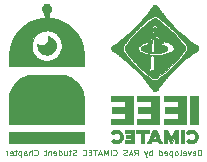
<source format=gbo>
%TF.GenerationSoftware,KiCad,Pcbnew,5.1.10-88a1d61d58~88~ubuntu20.04.1*%
%TF.CreationDate,2021-05-02T12:58:33-03:00*%
%TF.ProjectId,D3_Board,44335f42-6f61-4726-942e-6b696361645f,rev?*%
%TF.SameCoordinates,Original*%
%TF.FileFunction,Legend,Bot*%
%TF.FilePolarity,Positive*%
%FSLAX46Y46*%
G04 Gerber Fmt 4.6, Leading zero omitted, Abs format (unit mm)*
G04 Created by KiCad (PCBNEW 5.1.10-88a1d61d58~88~ubuntu20.04.1) date 2021-05-02 12:58:33*
%MOMM*%
%LPD*%
G01*
G04 APERTURE LIST*
%ADD10C,0.125000*%
%ADD11C,0.010000*%
G04 APERTURE END LIST*
D10*
X110600095Y-42580690D02*
X110600095Y-42080690D01*
X110481047Y-42080690D01*
X110409619Y-42104500D01*
X110362000Y-42152119D01*
X110338190Y-42199738D01*
X110314380Y-42294976D01*
X110314380Y-42366404D01*
X110338190Y-42461642D01*
X110362000Y-42509261D01*
X110409619Y-42556880D01*
X110481047Y-42580690D01*
X110600095Y-42580690D01*
X109909619Y-42556880D02*
X109957238Y-42580690D01*
X110052476Y-42580690D01*
X110100095Y-42556880D01*
X110123904Y-42509261D01*
X110123904Y-42318785D01*
X110100095Y-42271166D01*
X110052476Y-42247357D01*
X109957238Y-42247357D01*
X109909619Y-42271166D01*
X109885809Y-42318785D01*
X109885809Y-42366404D01*
X110123904Y-42414023D01*
X109719142Y-42247357D02*
X109600095Y-42580690D01*
X109481047Y-42247357D01*
X109100095Y-42556880D02*
X109147714Y-42580690D01*
X109242952Y-42580690D01*
X109290571Y-42556880D01*
X109314380Y-42509261D01*
X109314380Y-42318785D01*
X109290571Y-42271166D01*
X109242952Y-42247357D01*
X109147714Y-42247357D01*
X109100095Y-42271166D01*
X109076285Y-42318785D01*
X109076285Y-42366404D01*
X109314380Y-42414023D01*
X108790571Y-42580690D02*
X108838190Y-42556880D01*
X108862000Y-42509261D01*
X108862000Y-42080690D01*
X108528666Y-42580690D02*
X108576285Y-42556880D01*
X108600095Y-42533071D01*
X108623904Y-42485452D01*
X108623904Y-42342595D01*
X108600095Y-42294976D01*
X108576285Y-42271166D01*
X108528666Y-42247357D01*
X108457238Y-42247357D01*
X108409619Y-42271166D01*
X108385809Y-42294976D01*
X108362000Y-42342595D01*
X108362000Y-42485452D01*
X108385809Y-42533071D01*
X108409619Y-42556880D01*
X108457238Y-42580690D01*
X108528666Y-42580690D01*
X108147714Y-42247357D02*
X108147714Y-42747357D01*
X108147714Y-42271166D02*
X108100095Y-42247357D01*
X108004857Y-42247357D01*
X107957238Y-42271166D01*
X107933428Y-42294976D01*
X107909619Y-42342595D01*
X107909619Y-42485452D01*
X107933428Y-42533071D01*
X107957238Y-42556880D01*
X108004857Y-42580690D01*
X108100095Y-42580690D01*
X108147714Y-42556880D01*
X107504857Y-42556880D02*
X107552476Y-42580690D01*
X107647714Y-42580690D01*
X107695333Y-42556880D01*
X107719142Y-42509261D01*
X107719142Y-42318785D01*
X107695333Y-42271166D01*
X107647714Y-42247357D01*
X107552476Y-42247357D01*
X107504857Y-42271166D01*
X107481047Y-42318785D01*
X107481047Y-42366404D01*
X107719142Y-42414023D01*
X107052476Y-42580690D02*
X107052476Y-42080690D01*
X107052476Y-42556880D02*
X107100095Y-42580690D01*
X107195333Y-42580690D01*
X107242952Y-42556880D01*
X107266761Y-42533071D01*
X107290571Y-42485452D01*
X107290571Y-42342595D01*
X107266761Y-42294976D01*
X107242952Y-42271166D01*
X107195333Y-42247357D01*
X107100095Y-42247357D01*
X107052476Y-42271166D01*
X106433428Y-42580690D02*
X106433428Y-42080690D01*
X106433428Y-42271166D02*
X106385809Y-42247357D01*
X106290571Y-42247357D01*
X106242952Y-42271166D01*
X106219142Y-42294976D01*
X106195333Y-42342595D01*
X106195333Y-42485452D01*
X106219142Y-42533071D01*
X106242952Y-42556880D01*
X106290571Y-42580690D01*
X106385809Y-42580690D01*
X106433428Y-42556880D01*
X106028666Y-42247357D02*
X105909619Y-42580690D01*
X105790571Y-42247357D02*
X105909619Y-42580690D01*
X105957238Y-42699738D01*
X105981047Y-42723547D01*
X106028666Y-42747357D01*
X104933428Y-42580690D02*
X105100095Y-42342595D01*
X105219142Y-42580690D02*
X105219142Y-42080690D01*
X105028666Y-42080690D01*
X104981047Y-42104500D01*
X104957238Y-42128309D01*
X104933428Y-42175928D01*
X104933428Y-42247357D01*
X104957238Y-42294976D01*
X104981047Y-42318785D01*
X105028666Y-42342595D01*
X105219142Y-42342595D01*
X104742952Y-42437833D02*
X104504857Y-42437833D01*
X104790571Y-42580690D02*
X104623904Y-42080690D01*
X104457238Y-42580690D01*
X104314380Y-42556880D02*
X104242952Y-42580690D01*
X104123904Y-42580690D01*
X104076285Y-42556880D01*
X104052476Y-42533071D01*
X104028666Y-42485452D01*
X104028666Y-42437833D01*
X104052476Y-42390214D01*
X104076285Y-42366404D01*
X104123904Y-42342595D01*
X104219142Y-42318785D01*
X104266761Y-42294976D01*
X104290571Y-42271166D01*
X104314380Y-42223547D01*
X104314380Y-42175928D01*
X104290571Y-42128309D01*
X104266761Y-42104500D01*
X104219142Y-42080690D01*
X104100095Y-42080690D01*
X104028666Y-42104500D01*
X103147714Y-42533071D02*
X103171523Y-42556880D01*
X103242952Y-42580690D01*
X103290571Y-42580690D01*
X103362000Y-42556880D01*
X103409619Y-42509261D01*
X103433428Y-42461642D01*
X103457238Y-42366404D01*
X103457238Y-42294976D01*
X103433428Y-42199738D01*
X103409619Y-42152119D01*
X103362000Y-42104500D01*
X103290571Y-42080690D01*
X103242952Y-42080690D01*
X103171523Y-42104500D01*
X103147714Y-42128309D01*
X102933428Y-42580690D02*
X102933428Y-42080690D01*
X102695333Y-42580690D02*
X102695333Y-42080690D01*
X102528666Y-42437833D01*
X102362000Y-42080690D01*
X102362000Y-42580690D01*
X102147714Y-42437833D02*
X101909619Y-42437833D01*
X102195333Y-42580690D02*
X102028666Y-42080690D01*
X101862000Y-42580690D01*
X101766761Y-42080690D02*
X101481047Y-42080690D01*
X101623904Y-42580690D02*
X101623904Y-42080690D01*
X101314380Y-42318785D02*
X101147714Y-42318785D01*
X101076285Y-42580690D02*
X101314380Y-42580690D01*
X101314380Y-42080690D01*
X101076285Y-42080690D01*
X100576285Y-42533071D02*
X100600095Y-42556880D01*
X100671523Y-42580690D01*
X100719142Y-42580690D01*
X100790571Y-42556880D01*
X100838190Y-42509261D01*
X100862000Y-42461642D01*
X100885809Y-42366404D01*
X100885809Y-42294976D01*
X100862000Y-42199738D01*
X100838190Y-42152119D01*
X100790571Y-42104500D01*
X100719142Y-42080690D01*
X100671523Y-42080690D01*
X100600095Y-42104500D01*
X100576285Y-42128309D01*
X100004857Y-42556880D02*
X99933428Y-42580690D01*
X99814380Y-42580690D01*
X99766761Y-42556880D01*
X99742952Y-42533071D01*
X99719142Y-42485452D01*
X99719142Y-42437833D01*
X99742952Y-42390214D01*
X99766761Y-42366404D01*
X99814380Y-42342595D01*
X99909619Y-42318785D01*
X99957238Y-42294976D01*
X99981047Y-42271166D01*
X100004857Y-42223547D01*
X100004857Y-42175928D01*
X99981047Y-42128309D01*
X99957238Y-42104500D01*
X99909619Y-42080690D01*
X99790571Y-42080690D01*
X99719142Y-42104500D01*
X99576285Y-42247357D02*
X99385809Y-42247357D01*
X99504857Y-42080690D02*
X99504857Y-42509261D01*
X99481047Y-42556880D01*
X99433428Y-42580690D01*
X99385809Y-42580690D01*
X99004857Y-42247357D02*
X99004857Y-42580690D01*
X99219142Y-42247357D02*
X99219142Y-42509261D01*
X99195333Y-42556880D01*
X99147714Y-42580690D01*
X99076285Y-42580690D01*
X99028666Y-42556880D01*
X99004857Y-42533071D01*
X98552476Y-42580690D02*
X98552476Y-42080690D01*
X98552476Y-42556880D02*
X98600095Y-42580690D01*
X98695333Y-42580690D01*
X98742952Y-42556880D01*
X98766761Y-42533071D01*
X98790571Y-42485452D01*
X98790571Y-42342595D01*
X98766761Y-42294976D01*
X98742952Y-42271166D01*
X98695333Y-42247357D01*
X98600095Y-42247357D01*
X98552476Y-42271166D01*
X98123904Y-42556880D02*
X98171523Y-42580690D01*
X98266761Y-42580690D01*
X98314380Y-42556880D01*
X98338190Y-42509261D01*
X98338190Y-42318785D01*
X98314380Y-42271166D01*
X98266761Y-42247357D01*
X98171523Y-42247357D01*
X98123904Y-42271166D01*
X98100095Y-42318785D01*
X98100095Y-42366404D01*
X98338190Y-42414023D01*
X97885809Y-42247357D02*
X97885809Y-42580690D01*
X97885809Y-42294976D02*
X97862000Y-42271166D01*
X97814380Y-42247357D01*
X97742952Y-42247357D01*
X97695333Y-42271166D01*
X97671523Y-42318785D01*
X97671523Y-42580690D01*
X97504857Y-42247357D02*
X97314380Y-42247357D01*
X97433428Y-42080690D02*
X97433428Y-42509261D01*
X97409619Y-42556880D01*
X97362000Y-42580690D01*
X97314380Y-42580690D01*
X96481047Y-42533071D02*
X96504857Y-42556880D01*
X96576285Y-42580690D01*
X96623904Y-42580690D01*
X96695333Y-42556880D01*
X96742952Y-42509261D01*
X96766761Y-42461642D01*
X96790571Y-42366404D01*
X96790571Y-42294976D01*
X96766761Y-42199738D01*
X96742952Y-42152119D01*
X96695333Y-42104500D01*
X96623904Y-42080690D01*
X96576285Y-42080690D01*
X96504857Y-42104500D01*
X96481047Y-42128309D01*
X96266761Y-42580690D02*
X96266761Y-42080690D01*
X96052476Y-42580690D02*
X96052476Y-42318785D01*
X96076285Y-42271166D01*
X96123904Y-42247357D01*
X96195333Y-42247357D01*
X96242952Y-42271166D01*
X96266761Y-42294976D01*
X95600095Y-42580690D02*
X95600095Y-42318785D01*
X95623904Y-42271166D01*
X95671523Y-42247357D01*
X95766761Y-42247357D01*
X95814380Y-42271166D01*
X95600095Y-42556880D02*
X95647714Y-42580690D01*
X95766761Y-42580690D01*
X95814380Y-42556880D01*
X95838190Y-42509261D01*
X95838190Y-42461642D01*
X95814380Y-42414023D01*
X95766761Y-42390214D01*
X95647714Y-42390214D01*
X95600095Y-42366404D01*
X95362000Y-42247357D02*
X95362000Y-42747357D01*
X95362000Y-42271166D02*
X95314380Y-42247357D01*
X95219142Y-42247357D01*
X95171523Y-42271166D01*
X95147714Y-42294976D01*
X95123904Y-42342595D01*
X95123904Y-42485452D01*
X95147714Y-42533071D01*
X95171523Y-42556880D01*
X95219142Y-42580690D01*
X95314380Y-42580690D01*
X95362000Y-42556880D01*
X94981047Y-42247357D02*
X94790571Y-42247357D01*
X94909619Y-42080690D02*
X94909619Y-42509261D01*
X94885809Y-42556880D01*
X94838190Y-42580690D01*
X94790571Y-42580690D01*
X94433428Y-42556880D02*
X94481047Y-42580690D01*
X94576285Y-42580690D01*
X94623904Y-42556880D01*
X94647714Y-42509261D01*
X94647714Y-42318785D01*
X94623904Y-42271166D01*
X94576285Y-42247357D01*
X94481047Y-42247357D01*
X94433428Y-42271166D01*
X94409619Y-42318785D01*
X94409619Y-42366404D01*
X94647714Y-42414023D01*
X94195333Y-42580690D02*
X94195333Y-42247357D01*
X94195333Y-42342595D02*
X94171523Y-42294976D01*
X94147714Y-42271166D01*
X94100095Y-42247357D01*
X94052476Y-42247357D01*
D11*
%TO.C,G\u002A\u002A\u002A*%
G36*
X106609276Y-30975123D02*
G01*
X106548252Y-30990195D01*
X106546576Y-30990829D01*
X106503538Y-31009666D01*
X106455356Y-31035530D01*
X106400725Y-31069351D01*
X106338341Y-31112058D01*
X106266902Y-31164582D01*
X106185102Y-31227852D01*
X106091638Y-31302799D01*
X105985205Y-31390352D01*
X105978288Y-31396101D01*
X105662474Y-31667730D01*
X105363595Y-31943175D01*
X105082231Y-32221842D01*
X104818964Y-32503138D01*
X104574375Y-32786469D01*
X104384824Y-33024244D01*
X104308620Y-33125414D01*
X104246151Y-33212373D01*
X104197416Y-33285120D01*
X104162415Y-33343657D01*
X104141147Y-33387986D01*
X104139129Y-33393444D01*
X104123446Y-33459727D01*
X104118536Y-33533719D01*
X104124602Y-33603685D01*
X104136746Y-33640648D01*
X104162655Y-33690854D01*
X104202393Y-33754394D01*
X104256025Y-33831360D01*
X104323616Y-33921844D01*
X104405228Y-34025938D01*
X104500927Y-34143734D01*
X104505779Y-34149618D01*
X104546205Y-34198828D01*
X104582652Y-34243621D01*
X104613120Y-34281505D01*
X104635609Y-34309985D01*
X104648117Y-34326569D01*
X104649701Y-34328985D01*
X104660874Y-34343481D01*
X104684482Y-34370339D01*
X104718972Y-34407959D01*
X104762787Y-34454740D01*
X104814374Y-34509081D01*
X104872178Y-34569380D01*
X104934642Y-34634039D01*
X105000213Y-34701454D01*
X105067335Y-34770026D01*
X105134454Y-34838154D01*
X105200015Y-34904237D01*
X105262462Y-34966675D01*
X105320241Y-35023866D01*
X105371797Y-35074209D01*
X105398748Y-35100130D01*
X105541873Y-35235150D01*
X105674863Y-35357061D01*
X105800184Y-35467985D01*
X105920298Y-35570044D01*
X106037671Y-35665361D01*
X106154765Y-35756058D01*
X106196740Y-35787552D01*
X106240840Y-35820581D01*
X106287781Y-35856074D01*
X106329801Y-35888152D01*
X106343969Y-35899079D01*
X106384767Y-35927928D01*
X106434079Y-35958839D01*
X106482345Y-35985875D01*
X106490099Y-35989829D01*
X106532666Y-36010190D01*
X106565867Y-36022786D01*
X106597467Y-36029712D01*
X106635229Y-36033065D01*
X106653173Y-36033852D01*
X106711879Y-36033393D01*
X106756254Y-36027370D01*
X106769878Y-36023229D01*
X106802328Y-36009803D01*
X106833039Y-35994576D01*
X106865656Y-35975283D01*
X106903826Y-35949654D01*
X106951194Y-35915421D01*
X106991197Y-35885562D01*
X107197717Y-35726414D01*
X107396785Y-35565038D01*
X107401067Y-35561380D01*
X107152916Y-35561380D01*
X107147218Y-35570765D01*
X107132457Y-35563797D01*
X107107477Y-35540584D01*
X107106486Y-35539563D01*
X107096979Y-35529172D01*
X107089014Y-35518095D01*
X107082298Y-35504369D01*
X107076539Y-35486028D01*
X107071445Y-35461107D01*
X107066724Y-35427642D01*
X107062084Y-35383668D01*
X107057232Y-35327220D01*
X107051877Y-35256334D01*
X107045726Y-35169043D01*
X107040864Y-35098204D01*
X107035757Y-35024278D01*
X107029606Y-34936539D01*
X107022830Y-34840886D01*
X107015847Y-34743219D01*
X107009077Y-34649436D01*
X107005048Y-34594158D01*
X106999509Y-34515841D01*
X106994420Y-34438853D01*
X106990000Y-34366884D01*
X106986465Y-34303627D01*
X106984034Y-34252775D01*
X106982932Y-34218594D01*
X106981569Y-34132796D01*
X106633760Y-34132796D01*
X106627230Y-34577590D01*
X106625824Y-34677540D01*
X106624521Y-34778102D01*
X106623356Y-34876113D01*
X106622361Y-34968411D01*
X106621570Y-35051835D01*
X106621015Y-35123222D01*
X106620731Y-35179411D01*
X106620700Y-35198660D01*
X106620700Y-35374936D01*
X106534222Y-35375688D01*
X106482241Y-35377739D01*
X106426162Y-35382437D01*
X106377382Y-35388806D01*
X106373619Y-35389449D01*
X106331289Y-35396105D01*
X106291012Y-35401150D01*
X106261374Y-35403508D01*
X106260940Y-35403521D01*
X106222385Y-35404586D01*
X106228737Y-35278574D01*
X106232221Y-35217407D01*
X106236663Y-35150843D01*
X106241420Y-35088021D01*
X106244818Y-35048788D01*
X106250264Y-34988739D01*
X106256953Y-34911693D01*
X106264661Y-34820368D01*
X106273162Y-34717480D01*
X106282233Y-34605744D01*
X106291649Y-34487876D01*
X106299621Y-34386609D01*
X106306189Y-34303612D01*
X106311634Y-34238290D01*
X106316265Y-34188604D01*
X106320395Y-34152515D01*
X106324333Y-34127982D01*
X106328390Y-34112968D01*
X106332877Y-34105432D01*
X106338106Y-34103335D01*
X106342673Y-34104097D01*
X106358049Y-34106635D01*
X106389022Y-34110341D01*
X106431489Y-34114767D01*
X106481347Y-34119468D01*
X106496277Y-34120791D01*
X106633760Y-34132796D01*
X106981569Y-34132796D01*
X106981440Y-34124703D01*
X107007614Y-34121672D01*
X107023516Y-34121440D01*
X107032200Y-34128712D01*
X107037080Y-34148266D01*
X107039400Y-34166147D01*
X107042791Y-34199292D01*
X107046628Y-34243500D01*
X107050166Y-34290106D01*
X107050686Y-34297660D01*
X107054121Y-34345391D01*
X107058610Y-34403483D01*
X107063422Y-34462612D01*
X107065785Y-34490383D01*
X107069702Y-34536615D01*
X107074674Y-34596850D01*
X107080236Y-34665386D01*
X107085924Y-34736516D01*
X107090284Y-34791823D01*
X107095755Y-34860898D01*
X107101504Y-34931972D01*
X107107061Y-34999341D01*
X107111955Y-35057300D01*
X107115098Y-35093263D01*
X107119506Y-35145372D01*
X107124543Y-35209499D01*
X107129621Y-35277933D01*
X107134154Y-35342964D01*
X107134637Y-35350228D01*
X107138553Y-35405628D01*
X107142644Y-35456969D01*
X107146506Y-35499609D01*
X107149738Y-35528908D01*
X107150710Y-35535539D01*
X107152916Y-35561380D01*
X107401067Y-35561380D01*
X107591827Y-35398431D01*
X107786265Y-35223591D01*
X107983523Y-35037518D01*
X108187025Y-34837209D01*
X108187198Y-34837035D01*
X108274325Y-34748682D01*
X108362962Y-34657031D01*
X108451181Y-34564187D01*
X108537055Y-34472253D01*
X108618654Y-34383333D01*
X108694050Y-34299531D01*
X108761315Y-34222951D01*
X108818521Y-34155696D01*
X108863740Y-34099871D01*
X108868444Y-34093813D01*
X108895153Y-34059717D01*
X108929776Y-34016224D01*
X108967639Y-33969178D01*
X109000681Y-33928552D01*
X109065401Y-33846505D01*
X109120842Y-33770134D01*
X109165539Y-33701624D01*
X109198029Y-33643160D01*
X109210310Y-33615714D01*
X109226143Y-33552924D01*
X109228576Y-33492317D01*
X108283560Y-33492317D01*
X108279093Y-33542419D01*
X108264194Y-33587130D01*
X108236614Y-33630785D01*
X108194106Y-33677719D01*
X108180736Y-33690611D01*
X108113198Y-33745364D01*
X108029790Y-33796719D01*
X107929562Y-33845137D01*
X107811560Y-33891076D01*
X107674832Y-33934993D01*
X107670456Y-33936277D01*
X107427915Y-33997556D01*
X107183527Y-34040188D01*
X106939753Y-34063747D01*
X106932023Y-34064180D01*
X106876208Y-34065990D01*
X106805620Y-34066393D01*
X106724896Y-34065532D01*
X106638674Y-34063549D01*
X106551592Y-34060590D01*
X106468288Y-34056797D01*
X106393399Y-34052314D01*
X106331564Y-34047284D01*
X106309377Y-34044898D01*
X106147790Y-34022557D01*
X105994339Y-33994606D01*
X105839828Y-33959219D01*
X105725661Y-33928918D01*
X105677819Y-33913042D01*
X105619671Y-33889940D01*
X105557653Y-33862528D01*
X105498199Y-33833720D01*
X105447746Y-33806431D01*
X105426883Y-33793598D01*
X105356021Y-33739255D01*
X105301539Y-33680683D01*
X105264036Y-33619285D01*
X105244115Y-33556461D01*
X105242376Y-33493615D01*
X105259421Y-33432147D01*
X105266001Y-33418467D01*
X105297599Y-33371921D01*
X105344026Y-33322560D01*
X105401412Y-33273974D01*
X105465888Y-33229756D01*
X105475511Y-33223971D01*
X105509687Y-33202962D01*
X105536217Y-33185078D01*
X105551275Y-33172975D01*
X105553307Y-33169939D01*
X105548718Y-33164336D01*
X105533163Y-33157645D01*
X105503961Y-33148967D01*
X105458432Y-33137402D01*
X105450762Y-33135540D01*
X105434066Y-33129363D01*
X105434571Y-33122668D01*
X105453010Y-33115036D01*
X105490116Y-33106046D01*
X105508833Y-33102270D01*
X105564418Y-33091039D01*
X105622048Y-33078473D01*
X105685640Y-33063650D01*
X105759114Y-33045649D01*
X105846388Y-33023547D01*
X105879455Y-33015049D01*
X105951963Y-32996420D01*
X106007477Y-32982425D01*
X106048132Y-32972722D01*
X106076064Y-32966970D01*
X106093407Y-32964825D01*
X106102299Y-32965946D01*
X106104873Y-32969991D01*
X106103266Y-32976617D01*
X106102161Y-32979361D01*
X106096194Y-32995207D01*
X106085205Y-33025750D01*
X106070611Y-33067001D01*
X106053832Y-33114969D01*
X106048698Y-33129744D01*
X106002996Y-33261478D01*
X105968405Y-33256391D01*
X105941395Y-33251719D01*
X105903151Y-33244254D01*
X105861715Y-33235569D01*
X105859689Y-33235127D01*
X105821541Y-33227195D01*
X105795581Y-33223965D01*
X105774719Y-33225776D01*
X105751865Y-33232965D01*
X105731206Y-33241246D01*
X105652955Y-33277879D01*
X105586342Y-33318304D01*
X105533787Y-33360759D01*
X105497709Y-33403483D01*
X105490130Y-33416741D01*
X105470579Y-33474189D01*
X105470345Y-33529560D01*
X105489066Y-33582610D01*
X105526378Y-33633091D01*
X105581917Y-33680759D01*
X105655321Y-33725366D01*
X105746224Y-33766668D01*
X105854265Y-33804418D01*
X105979078Y-33838370D01*
X106120301Y-33868278D01*
X106171012Y-33877316D01*
X106350670Y-33901256D01*
X106535846Y-33913333D01*
X106722989Y-33913789D01*
X106908549Y-33902865D01*
X107088976Y-33880804D01*
X107260721Y-33847847D01*
X107420233Y-33804237D01*
X107465164Y-33789115D01*
X107484685Y-33781350D01*
X107004559Y-33781350D01*
X107004221Y-33798621D01*
X107002871Y-33807641D01*
X107002746Y-33807988D01*
X106989352Y-33819946D01*
X106973686Y-33823263D01*
X106950487Y-33823263D01*
X106933254Y-33583594D01*
X106927393Y-33503107D01*
X106920968Y-33416616D01*
X106914438Y-33330187D01*
X106908263Y-33249887D01*
X106902901Y-33181780D01*
X106901785Y-33167901D01*
X106897018Y-33106296D01*
X106892839Y-33047224D01*
X106889543Y-32995281D01*
X106887427Y-32955060D01*
X106887026Y-32942682D01*
X106648021Y-32942682D01*
X106647591Y-33034708D01*
X106646693Y-33144419D01*
X106645467Y-33261705D01*
X106644225Y-33364494D01*
X106642892Y-33461824D01*
X106641504Y-33551814D01*
X106640098Y-33632581D01*
X106638709Y-33702243D01*
X106637375Y-33758918D01*
X106636132Y-33800722D01*
X106635017Y-33825773D01*
X106634423Y-33831982D01*
X106629551Y-33855525D01*
X106494172Y-33848495D01*
X106444280Y-33845459D01*
X106401606Y-33842021D01*
X106369974Y-33838552D01*
X106353210Y-33835424D01*
X106351709Y-33834668D01*
X106349723Y-33822713D01*
X106349546Y-33795173D01*
X106351092Y-33756142D01*
X106354278Y-33709711D01*
X106354300Y-33709439D01*
X106366156Y-33561658D01*
X106377153Y-33419235D01*
X106387037Y-33285644D01*
X106395550Y-33164361D01*
X106402436Y-33058860D01*
X106403140Y-33047426D01*
X106407221Y-32989082D01*
X106411928Y-32935220D01*
X106416830Y-32889984D01*
X106421491Y-32857518D01*
X106424313Y-32844819D01*
X106439555Y-32814883D01*
X106465644Y-32779978D01*
X106497113Y-32746297D01*
X106528493Y-32720028D01*
X106541634Y-32712014D01*
X106578274Y-32697625D01*
X106611130Y-32692369D01*
X106634774Y-32696837D01*
X106640249Y-32701249D01*
X106642828Y-32709911D01*
X106644880Y-32729759D01*
X106646415Y-32761878D01*
X106647444Y-32807349D01*
X106647976Y-32867256D01*
X106648021Y-32942682D01*
X106887026Y-32942682D01*
X106886797Y-32935644D01*
X106884217Y-32897506D01*
X106878455Y-32862007D01*
X106874202Y-32846723D01*
X106850365Y-32804903D01*
X106811754Y-32764545D01*
X106763117Y-32730201D01*
X106740440Y-32718479D01*
X106711312Y-32703153D01*
X106699864Y-32691468D01*
X106706638Y-32682506D01*
X106732176Y-32675352D01*
X106769110Y-32670001D01*
X106820737Y-32671007D01*
X106866241Y-32685356D01*
X106901047Y-32711157D01*
X106914221Y-32730018D01*
X106921631Y-32753376D01*
X106928680Y-32794422D01*
X106935458Y-32853821D01*
X106942054Y-32932238D01*
X106942853Y-32943171D01*
X106948495Y-33019938D01*
X106955105Y-33107439D01*
X106962001Y-33196771D01*
X106968499Y-33279027D01*
X106970946Y-33309333D01*
X106980241Y-33424394D01*
X106987886Y-33521195D01*
X106993973Y-33601166D01*
X106998592Y-33665737D01*
X107001836Y-33716338D01*
X107003794Y-33754399D01*
X107004559Y-33781350D01*
X107484685Y-33781350D01*
X107551797Y-33754655D01*
X107620616Y-33718054D01*
X107673570Y-33677690D01*
X107712603Y-33631939D01*
X107739664Y-33579179D01*
X107748387Y-33552949D01*
X107748319Y-33519836D01*
X107733024Y-33480201D01*
X107704799Y-33436669D01*
X107665942Y-33391863D01*
X107618750Y-33348406D01*
X107565520Y-33308924D01*
X107508548Y-33276039D01*
X107504013Y-33273827D01*
X107464915Y-33257003D01*
X107413220Y-33237543D01*
X107355462Y-33217781D01*
X107298174Y-33200051D01*
X107294412Y-33198964D01*
X107245891Y-33184796D01*
X107204521Y-33172298D01*
X107173851Y-33162574D01*
X107157429Y-33156728D01*
X107155712Y-33155810D01*
X107153392Y-33153053D01*
X107154431Y-33149645D01*
X107161548Y-33143599D01*
X107177461Y-33132928D01*
X107204889Y-33115645D01*
X107243346Y-33091751D01*
X107291718Y-33061333D01*
X107346734Y-33026142D01*
X107398636Y-32992434D01*
X107412839Y-32983085D01*
X107498324Y-32926566D01*
X107554073Y-32935308D01*
X107613117Y-32948857D01*
X107684143Y-32972075D01*
X107763051Y-33003137D01*
X107845744Y-33040215D01*
X107928121Y-33081483D01*
X108006086Y-33125116D01*
X108068599Y-33164565D01*
X108146321Y-33225280D01*
X108207488Y-33290918D01*
X108251262Y-33360200D01*
X108276806Y-33431849D01*
X108283560Y-33492317D01*
X109228576Y-33492317D01*
X109228965Y-33482631D01*
X109219116Y-33411906D01*
X109197440Y-33348866D01*
X109175763Y-33310256D01*
X109141711Y-33258652D01*
X109096418Y-33195489D01*
X109041019Y-33122199D01*
X108976651Y-33040219D01*
X108904447Y-32950981D01*
X108825543Y-32855920D01*
X108741074Y-32756470D01*
X108731438Y-32745370D01*
X107052232Y-32745370D01*
X107043203Y-32785973D01*
X107025482Y-32816410D01*
X107000781Y-32832985D01*
X106987637Y-32834936D01*
X106980349Y-32826145D01*
X106973481Y-32803948D01*
X106971193Y-32791483D01*
X106955418Y-32736720D01*
X106924551Y-32690712D01*
X106885405Y-32656136D01*
X106837718Y-32625227D01*
X106784432Y-32597350D01*
X106732231Y-32575610D01*
X106687801Y-32563116D01*
X106683825Y-32562462D01*
X106624559Y-32563200D01*
X106567597Y-32583173D01*
X106513508Y-32621928D01*
X106462864Y-32679010D01*
X106416232Y-32753965D01*
X106398206Y-32790184D01*
X106378118Y-32832347D01*
X106363542Y-32859639D01*
X106351992Y-32875263D01*
X106340981Y-32882423D01*
X106328022Y-32884322D01*
X106325096Y-32884352D01*
X106294503Y-32875801D01*
X106274611Y-32857176D01*
X106260701Y-32830886D01*
X106258498Y-32799716D01*
X106268383Y-32760326D01*
X106290737Y-32709380D01*
X106291723Y-32707400D01*
X106336088Y-32638274D01*
X106394808Y-32576326D01*
X106464277Y-32523648D01*
X106540891Y-32482330D01*
X106621043Y-32454461D01*
X106701128Y-32442132D01*
X106747662Y-32443065D01*
X106821739Y-32458149D01*
X106890200Y-32487629D01*
X106950219Y-32529127D01*
X106998969Y-32580263D01*
X107033624Y-32638657D01*
X107050859Y-32698300D01*
X107052232Y-32745370D01*
X108731438Y-32745370D01*
X108652176Y-32654066D01*
X108606842Y-32602679D01*
X108560276Y-32551439D01*
X108501672Y-32488954D01*
X108433314Y-32417513D01*
X108428677Y-32412736D01*
X107075281Y-32412736D01*
X107072038Y-32436621D01*
X107061535Y-32445724D01*
X107042777Y-32439698D01*
X107014771Y-32418196D01*
X106976520Y-32380869D01*
X106972697Y-32376884D01*
X106915057Y-32322055D01*
X106862193Y-32284180D01*
X106811417Y-32261912D01*
X106760039Y-32253903D01*
X106729807Y-32255165D01*
X106694191Y-32261706D01*
X106646650Y-32274362D01*
X106591724Y-32291500D01*
X106533952Y-32311489D01*
X106477876Y-32332699D01*
X106428037Y-32353498D01*
X106388973Y-32372255D01*
X106367875Y-32385189D01*
X106350652Y-32400236D01*
X106335161Y-32419048D01*
X106319434Y-32445024D01*
X106301503Y-32481563D01*
X106279399Y-32532063D01*
X106270321Y-32553646D01*
X106256645Y-32577227D01*
X106245463Y-32582031D01*
X106239850Y-32568932D01*
X106241557Y-32545467D01*
X106257921Y-32499389D01*
X106289638Y-32448963D01*
X106333627Y-32396972D01*
X106386803Y-32346199D01*
X106446083Y-32299424D01*
X106508386Y-32259430D01*
X106570629Y-32228999D01*
X106605864Y-32216718D01*
X106657691Y-32206336D01*
X106719040Y-32200980D01*
X106781926Y-32200815D01*
X106838361Y-32206007D01*
X106864395Y-32211375D01*
X106908992Y-32229186D01*
X106954522Y-32257209D01*
X106997407Y-32292027D01*
X107034065Y-32330221D01*
X107060917Y-32368373D01*
X107074383Y-32403064D01*
X107075281Y-32412736D01*
X108428677Y-32412736D01*
X108357488Y-32339407D01*
X108276480Y-32256927D01*
X108192576Y-32172362D01*
X108185645Y-32165443D01*
X106587874Y-32165443D01*
X106587339Y-32169879D01*
X106574785Y-32175128D01*
X106550172Y-32181642D01*
X106520975Y-32187671D01*
X106495481Y-32191387D01*
X106487583Y-32183047D01*
X106478089Y-32159772D01*
X106468843Y-32126091D01*
X106468780Y-32125811D01*
X106456372Y-32070486D01*
X106448549Y-32030776D01*
X106445598Y-32003003D01*
X106447806Y-31983488D01*
X106455460Y-31968554D01*
X106468847Y-31954521D01*
X106483111Y-31942129D01*
X106511333Y-31918988D01*
X106528696Y-31908443D01*
X106538645Y-31909444D01*
X106544624Y-31920944D01*
X106545304Y-31923204D01*
X106551868Y-31949683D01*
X106559545Y-31986343D01*
X106567570Y-32028700D01*
X106575179Y-32072273D01*
X106581609Y-32112576D01*
X106586095Y-32145127D01*
X106587874Y-32165443D01*
X108185645Y-32165443D01*
X108108061Y-32088003D01*
X108025220Y-32006140D01*
X107986364Y-31968173D01*
X106670117Y-31968173D01*
X106669163Y-32033602D01*
X106666303Y-32079412D01*
X106661538Y-32105582D01*
X106658492Y-32111246D01*
X106643316Y-32117600D01*
X106629914Y-32104456D01*
X106618233Y-32071737D01*
X106611812Y-32041470D01*
X106600809Y-31979335D01*
X106593357Y-31933742D01*
X106589457Y-31901789D01*
X106589106Y-31880573D01*
X106592304Y-31867192D01*
X106599050Y-31858743D01*
X106609343Y-31852324D01*
X106611747Y-31851070D01*
X106634177Y-31840181D01*
X106649972Y-31836098D01*
X106660294Y-31841154D01*
X106666308Y-31857682D01*
X106669174Y-31888012D01*
X106670056Y-31934479D01*
X106670117Y-31968173D01*
X107986364Y-31968173D01*
X107946339Y-31929064D01*
X107936446Y-31919529D01*
X106985022Y-31919529D01*
X106984780Y-31938152D01*
X106983538Y-31941697D01*
X106975084Y-31937031D01*
X106955595Y-31920586D01*
X106927772Y-31894795D01*
X106894315Y-31862093D01*
X106885985Y-31853728D01*
X106827297Y-31797384D01*
X106777149Y-31756742D01*
X106732981Y-31731146D01*
X106692231Y-31719943D01*
X106652337Y-31722480D01*
X106610739Y-31738103D01*
X106564873Y-31766160D01*
X106559003Y-31770301D01*
X106492429Y-31823686D01*
X106437788Y-31881982D01*
X106394006Y-31942971D01*
X106375054Y-31970066D01*
X106359233Y-31988842D01*
X106350914Y-31994858D01*
X106346327Y-31985843D01*
X106346336Y-31961279D01*
X106348198Y-31943783D01*
X106355083Y-31906372D01*
X106364613Y-31871126D01*
X106368936Y-31859291D01*
X106391913Y-31814753D01*
X106426586Y-31761093D01*
X106469956Y-31702414D01*
X106519028Y-31642820D01*
X106559997Y-31597642D01*
X106642602Y-31510695D01*
X106647946Y-31302910D01*
X106649750Y-31241615D01*
X106651766Y-31187949D01*
X106653852Y-31144706D01*
X106655869Y-31114681D01*
X106657672Y-31100669D01*
X106658215Y-31100052D01*
X106660505Y-31111171D01*
X106663444Y-31138371D01*
X106666706Y-31177992D01*
X106669970Y-31226372D01*
X106671126Y-31246007D01*
X106675006Y-31303264D01*
X106679932Y-31359468D01*
X106685316Y-31408718D01*
X106690572Y-31445116D01*
X106691405Y-31449575D01*
X106697797Y-31478385D01*
X106705780Y-31500906D01*
X106718327Y-31521813D01*
X106738411Y-31545779D01*
X106769005Y-31577476D01*
X106779428Y-31587941D01*
X106826388Y-31638690D01*
X106871222Y-31693974D01*
X106911544Y-31750216D01*
X106944968Y-31803839D01*
X106969109Y-31851267D01*
X106981581Y-31888922D01*
X106982056Y-31891747D01*
X106985022Y-31919529D01*
X107936446Y-31919529D01*
X107873705Y-31859065D01*
X107809602Y-31798433D01*
X107756316Y-31749458D01*
X107747393Y-31741473D01*
X107656443Y-31661680D01*
X107561327Y-31580351D01*
X107463841Y-31498885D01*
X107365787Y-31418683D01*
X107268963Y-31341148D01*
X107175167Y-31267678D01*
X107086200Y-31199676D01*
X107003860Y-31138543D01*
X106929946Y-31085679D01*
X106866258Y-31042485D01*
X106814594Y-31010363D01*
X106793657Y-30998800D01*
X106739127Y-30979656D01*
X106675284Y-30971687D01*
X106609276Y-30975123D01*
G37*
X106609276Y-30975123D02*
X106548252Y-30990195D01*
X106546576Y-30990829D01*
X106503538Y-31009666D01*
X106455356Y-31035530D01*
X106400725Y-31069351D01*
X106338341Y-31112058D01*
X106266902Y-31164582D01*
X106185102Y-31227852D01*
X106091638Y-31302799D01*
X105985205Y-31390352D01*
X105978288Y-31396101D01*
X105662474Y-31667730D01*
X105363595Y-31943175D01*
X105082231Y-32221842D01*
X104818964Y-32503138D01*
X104574375Y-32786469D01*
X104384824Y-33024244D01*
X104308620Y-33125414D01*
X104246151Y-33212373D01*
X104197416Y-33285120D01*
X104162415Y-33343657D01*
X104141147Y-33387986D01*
X104139129Y-33393444D01*
X104123446Y-33459727D01*
X104118536Y-33533719D01*
X104124602Y-33603685D01*
X104136746Y-33640648D01*
X104162655Y-33690854D01*
X104202393Y-33754394D01*
X104256025Y-33831360D01*
X104323616Y-33921844D01*
X104405228Y-34025938D01*
X104500927Y-34143734D01*
X104505779Y-34149618D01*
X104546205Y-34198828D01*
X104582652Y-34243621D01*
X104613120Y-34281505D01*
X104635609Y-34309985D01*
X104648117Y-34326569D01*
X104649701Y-34328985D01*
X104660874Y-34343481D01*
X104684482Y-34370339D01*
X104718972Y-34407959D01*
X104762787Y-34454740D01*
X104814374Y-34509081D01*
X104872178Y-34569380D01*
X104934642Y-34634039D01*
X105000213Y-34701454D01*
X105067335Y-34770026D01*
X105134454Y-34838154D01*
X105200015Y-34904237D01*
X105262462Y-34966675D01*
X105320241Y-35023866D01*
X105371797Y-35074209D01*
X105398748Y-35100130D01*
X105541873Y-35235150D01*
X105674863Y-35357061D01*
X105800184Y-35467985D01*
X105920298Y-35570044D01*
X106037671Y-35665361D01*
X106154765Y-35756058D01*
X106196740Y-35787552D01*
X106240840Y-35820581D01*
X106287781Y-35856074D01*
X106329801Y-35888152D01*
X106343969Y-35899079D01*
X106384767Y-35927928D01*
X106434079Y-35958839D01*
X106482345Y-35985875D01*
X106490099Y-35989829D01*
X106532666Y-36010190D01*
X106565867Y-36022786D01*
X106597467Y-36029712D01*
X106635229Y-36033065D01*
X106653173Y-36033852D01*
X106711879Y-36033393D01*
X106756254Y-36027370D01*
X106769878Y-36023229D01*
X106802328Y-36009803D01*
X106833039Y-35994576D01*
X106865656Y-35975283D01*
X106903826Y-35949654D01*
X106951194Y-35915421D01*
X106991197Y-35885562D01*
X107197717Y-35726414D01*
X107396785Y-35565038D01*
X107401067Y-35561380D01*
X107152916Y-35561380D01*
X107147218Y-35570765D01*
X107132457Y-35563797D01*
X107107477Y-35540584D01*
X107106486Y-35539563D01*
X107096979Y-35529172D01*
X107089014Y-35518095D01*
X107082298Y-35504369D01*
X107076539Y-35486028D01*
X107071445Y-35461107D01*
X107066724Y-35427642D01*
X107062084Y-35383668D01*
X107057232Y-35327220D01*
X107051877Y-35256334D01*
X107045726Y-35169043D01*
X107040864Y-35098204D01*
X107035757Y-35024278D01*
X107029606Y-34936539D01*
X107022830Y-34840886D01*
X107015847Y-34743219D01*
X107009077Y-34649436D01*
X107005048Y-34594158D01*
X106999509Y-34515841D01*
X106994420Y-34438853D01*
X106990000Y-34366884D01*
X106986465Y-34303627D01*
X106984034Y-34252775D01*
X106982932Y-34218594D01*
X106981569Y-34132796D01*
X106633760Y-34132796D01*
X106627230Y-34577590D01*
X106625824Y-34677540D01*
X106624521Y-34778102D01*
X106623356Y-34876113D01*
X106622361Y-34968411D01*
X106621570Y-35051835D01*
X106621015Y-35123222D01*
X106620731Y-35179411D01*
X106620700Y-35198660D01*
X106620700Y-35374936D01*
X106534222Y-35375688D01*
X106482241Y-35377739D01*
X106426162Y-35382437D01*
X106377382Y-35388806D01*
X106373619Y-35389449D01*
X106331289Y-35396105D01*
X106291012Y-35401150D01*
X106261374Y-35403508D01*
X106260940Y-35403521D01*
X106222385Y-35404586D01*
X106228737Y-35278574D01*
X106232221Y-35217407D01*
X106236663Y-35150843D01*
X106241420Y-35088021D01*
X106244818Y-35048788D01*
X106250264Y-34988739D01*
X106256953Y-34911693D01*
X106264661Y-34820368D01*
X106273162Y-34717480D01*
X106282233Y-34605744D01*
X106291649Y-34487876D01*
X106299621Y-34386609D01*
X106306189Y-34303612D01*
X106311634Y-34238290D01*
X106316265Y-34188604D01*
X106320395Y-34152515D01*
X106324333Y-34127982D01*
X106328390Y-34112968D01*
X106332877Y-34105432D01*
X106338106Y-34103335D01*
X106342673Y-34104097D01*
X106358049Y-34106635D01*
X106389022Y-34110341D01*
X106431489Y-34114767D01*
X106481347Y-34119468D01*
X106496277Y-34120791D01*
X106633760Y-34132796D01*
X106981569Y-34132796D01*
X106981440Y-34124703D01*
X107007614Y-34121672D01*
X107023516Y-34121440D01*
X107032200Y-34128712D01*
X107037080Y-34148266D01*
X107039400Y-34166147D01*
X107042791Y-34199292D01*
X107046628Y-34243500D01*
X107050166Y-34290106D01*
X107050686Y-34297660D01*
X107054121Y-34345391D01*
X107058610Y-34403483D01*
X107063422Y-34462612D01*
X107065785Y-34490383D01*
X107069702Y-34536615D01*
X107074674Y-34596850D01*
X107080236Y-34665386D01*
X107085924Y-34736516D01*
X107090284Y-34791823D01*
X107095755Y-34860898D01*
X107101504Y-34931972D01*
X107107061Y-34999341D01*
X107111955Y-35057300D01*
X107115098Y-35093263D01*
X107119506Y-35145372D01*
X107124543Y-35209499D01*
X107129621Y-35277933D01*
X107134154Y-35342964D01*
X107134637Y-35350228D01*
X107138553Y-35405628D01*
X107142644Y-35456969D01*
X107146506Y-35499609D01*
X107149738Y-35528908D01*
X107150710Y-35535539D01*
X107152916Y-35561380D01*
X107401067Y-35561380D01*
X107591827Y-35398431D01*
X107786265Y-35223591D01*
X107983523Y-35037518D01*
X108187025Y-34837209D01*
X108187198Y-34837035D01*
X108274325Y-34748682D01*
X108362962Y-34657031D01*
X108451181Y-34564187D01*
X108537055Y-34472253D01*
X108618654Y-34383333D01*
X108694050Y-34299531D01*
X108761315Y-34222951D01*
X108818521Y-34155696D01*
X108863740Y-34099871D01*
X108868444Y-34093813D01*
X108895153Y-34059717D01*
X108929776Y-34016224D01*
X108967639Y-33969178D01*
X109000681Y-33928552D01*
X109065401Y-33846505D01*
X109120842Y-33770134D01*
X109165539Y-33701624D01*
X109198029Y-33643160D01*
X109210310Y-33615714D01*
X109226143Y-33552924D01*
X109228576Y-33492317D01*
X108283560Y-33492317D01*
X108279093Y-33542419D01*
X108264194Y-33587130D01*
X108236614Y-33630785D01*
X108194106Y-33677719D01*
X108180736Y-33690611D01*
X108113198Y-33745364D01*
X108029790Y-33796719D01*
X107929562Y-33845137D01*
X107811560Y-33891076D01*
X107674832Y-33934993D01*
X107670456Y-33936277D01*
X107427915Y-33997556D01*
X107183527Y-34040188D01*
X106939753Y-34063747D01*
X106932023Y-34064180D01*
X106876208Y-34065990D01*
X106805620Y-34066393D01*
X106724896Y-34065532D01*
X106638674Y-34063549D01*
X106551592Y-34060590D01*
X106468288Y-34056797D01*
X106393399Y-34052314D01*
X106331564Y-34047284D01*
X106309377Y-34044898D01*
X106147790Y-34022557D01*
X105994339Y-33994606D01*
X105839828Y-33959219D01*
X105725661Y-33928918D01*
X105677819Y-33913042D01*
X105619671Y-33889940D01*
X105557653Y-33862528D01*
X105498199Y-33833720D01*
X105447746Y-33806431D01*
X105426883Y-33793598D01*
X105356021Y-33739255D01*
X105301539Y-33680683D01*
X105264036Y-33619285D01*
X105244115Y-33556461D01*
X105242376Y-33493615D01*
X105259421Y-33432147D01*
X105266001Y-33418467D01*
X105297599Y-33371921D01*
X105344026Y-33322560D01*
X105401412Y-33273974D01*
X105465888Y-33229756D01*
X105475511Y-33223971D01*
X105509687Y-33202962D01*
X105536217Y-33185078D01*
X105551275Y-33172975D01*
X105553307Y-33169939D01*
X105548718Y-33164336D01*
X105533163Y-33157645D01*
X105503961Y-33148967D01*
X105458432Y-33137402D01*
X105450762Y-33135540D01*
X105434066Y-33129363D01*
X105434571Y-33122668D01*
X105453010Y-33115036D01*
X105490116Y-33106046D01*
X105508833Y-33102270D01*
X105564418Y-33091039D01*
X105622048Y-33078473D01*
X105685640Y-33063650D01*
X105759114Y-33045649D01*
X105846388Y-33023547D01*
X105879455Y-33015049D01*
X105951963Y-32996420D01*
X106007477Y-32982425D01*
X106048132Y-32972722D01*
X106076064Y-32966970D01*
X106093407Y-32964825D01*
X106102299Y-32965946D01*
X106104873Y-32969991D01*
X106103266Y-32976617D01*
X106102161Y-32979361D01*
X106096194Y-32995207D01*
X106085205Y-33025750D01*
X106070611Y-33067001D01*
X106053832Y-33114969D01*
X106048698Y-33129744D01*
X106002996Y-33261478D01*
X105968405Y-33256391D01*
X105941395Y-33251719D01*
X105903151Y-33244254D01*
X105861715Y-33235569D01*
X105859689Y-33235127D01*
X105821541Y-33227195D01*
X105795581Y-33223965D01*
X105774719Y-33225776D01*
X105751865Y-33232965D01*
X105731206Y-33241246D01*
X105652955Y-33277879D01*
X105586342Y-33318304D01*
X105533787Y-33360759D01*
X105497709Y-33403483D01*
X105490130Y-33416741D01*
X105470579Y-33474189D01*
X105470345Y-33529560D01*
X105489066Y-33582610D01*
X105526378Y-33633091D01*
X105581917Y-33680759D01*
X105655321Y-33725366D01*
X105746224Y-33766668D01*
X105854265Y-33804418D01*
X105979078Y-33838370D01*
X106120301Y-33868278D01*
X106171012Y-33877316D01*
X106350670Y-33901256D01*
X106535846Y-33913333D01*
X106722989Y-33913789D01*
X106908549Y-33902865D01*
X107088976Y-33880804D01*
X107260721Y-33847847D01*
X107420233Y-33804237D01*
X107465164Y-33789115D01*
X107484685Y-33781350D01*
X107004559Y-33781350D01*
X107004221Y-33798621D01*
X107002871Y-33807641D01*
X107002746Y-33807988D01*
X106989352Y-33819946D01*
X106973686Y-33823263D01*
X106950487Y-33823263D01*
X106933254Y-33583594D01*
X106927393Y-33503107D01*
X106920968Y-33416616D01*
X106914438Y-33330187D01*
X106908263Y-33249887D01*
X106902901Y-33181780D01*
X106901785Y-33167901D01*
X106897018Y-33106296D01*
X106892839Y-33047224D01*
X106889543Y-32995281D01*
X106887427Y-32955060D01*
X106887026Y-32942682D01*
X106648021Y-32942682D01*
X106647591Y-33034708D01*
X106646693Y-33144419D01*
X106645467Y-33261705D01*
X106644225Y-33364494D01*
X106642892Y-33461824D01*
X106641504Y-33551814D01*
X106640098Y-33632581D01*
X106638709Y-33702243D01*
X106637375Y-33758918D01*
X106636132Y-33800722D01*
X106635017Y-33825773D01*
X106634423Y-33831982D01*
X106629551Y-33855525D01*
X106494172Y-33848495D01*
X106444280Y-33845459D01*
X106401606Y-33842021D01*
X106369974Y-33838552D01*
X106353210Y-33835424D01*
X106351709Y-33834668D01*
X106349723Y-33822713D01*
X106349546Y-33795173D01*
X106351092Y-33756142D01*
X106354278Y-33709711D01*
X106354300Y-33709439D01*
X106366156Y-33561658D01*
X106377153Y-33419235D01*
X106387037Y-33285644D01*
X106395550Y-33164361D01*
X106402436Y-33058860D01*
X106403140Y-33047426D01*
X106407221Y-32989082D01*
X106411928Y-32935220D01*
X106416830Y-32889984D01*
X106421491Y-32857518D01*
X106424313Y-32844819D01*
X106439555Y-32814883D01*
X106465644Y-32779978D01*
X106497113Y-32746297D01*
X106528493Y-32720028D01*
X106541634Y-32712014D01*
X106578274Y-32697625D01*
X106611130Y-32692369D01*
X106634774Y-32696837D01*
X106640249Y-32701249D01*
X106642828Y-32709911D01*
X106644880Y-32729759D01*
X106646415Y-32761878D01*
X106647444Y-32807349D01*
X106647976Y-32867256D01*
X106648021Y-32942682D01*
X106887026Y-32942682D01*
X106886797Y-32935644D01*
X106884217Y-32897506D01*
X106878455Y-32862007D01*
X106874202Y-32846723D01*
X106850365Y-32804903D01*
X106811754Y-32764545D01*
X106763117Y-32730201D01*
X106740440Y-32718479D01*
X106711312Y-32703153D01*
X106699864Y-32691468D01*
X106706638Y-32682506D01*
X106732176Y-32675352D01*
X106769110Y-32670001D01*
X106820737Y-32671007D01*
X106866241Y-32685356D01*
X106901047Y-32711157D01*
X106914221Y-32730018D01*
X106921631Y-32753376D01*
X106928680Y-32794422D01*
X106935458Y-32853821D01*
X106942054Y-32932238D01*
X106942853Y-32943171D01*
X106948495Y-33019938D01*
X106955105Y-33107439D01*
X106962001Y-33196771D01*
X106968499Y-33279027D01*
X106970946Y-33309333D01*
X106980241Y-33424394D01*
X106987886Y-33521195D01*
X106993973Y-33601166D01*
X106998592Y-33665737D01*
X107001836Y-33716338D01*
X107003794Y-33754399D01*
X107004559Y-33781350D01*
X107484685Y-33781350D01*
X107551797Y-33754655D01*
X107620616Y-33718054D01*
X107673570Y-33677690D01*
X107712603Y-33631939D01*
X107739664Y-33579179D01*
X107748387Y-33552949D01*
X107748319Y-33519836D01*
X107733024Y-33480201D01*
X107704799Y-33436669D01*
X107665942Y-33391863D01*
X107618750Y-33348406D01*
X107565520Y-33308924D01*
X107508548Y-33276039D01*
X107504013Y-33273827D01*
X107464915Y-33257003D01*
X107413220Y-33237543D01*
X107355462Y-33217781D01*
X107298174Y-33200051D01*
X107294412Y-33198964D01*
X107245891Y-33184796D01*
X107204521Y-33172298D01*
X107173851Y-33162574D01*
X107157429Y-33156728D01*
X107155712Y-33155810D01*
X107153392Y-33153053D01*
X107154431Y-33149645D01*
X107161548Y-33143599D01*
X107177461Y-33132928D01*
X107204889Y-33115645D01*
X107243346Y-33091751D01*
X107291718Y-33061333D01*
X107346734Y-33026142D01*
X107398636Y-32992434D01*
X107412839Y-32983085D01*
X107498324Y-32926566D01*
X107554073Y-32935308D01*
X107613117Y-32948857D01*
X107684143Y-32972075D01*
X107763051Y-33003137D01*
X107845744Y-33040215D01*
X107928121Y-33081483D01*
X108006086Y-33125116D01*
X108068599Y-33164565D01*
X108146321Y-33225280D01*
X108207488Y-33290918D01*
X108251262Y-33360200D01*
X108276806Y-33431849D01*
X108283560Y-33492317D01*
X109228576Y-33492317D01*
X109228965Y-33482631D01*
X109219116Y-33411906D01*
X109197440Y-33348866D01*
X109175763Y-33310256D01*
X109141711Y-33258652D01*
X109096418Y-33195489D01*
X109041019Y-33122199D01*
X108976651Y-33040219D01*
X108904447Y-32950981D01*
X108825543Y-32855920D01*
X108741074Y-32756470D01*
X108731438Y-32745370D01*
X107052232Y-32745370D01*
X107043203Y-32785973D01*
X107025482Y-32816410D01*
X107000781Y-32832985D01*
X106987637Y-32834936D01*
X106980349Y-32826145D01*
X106973481Y-32803948D01*
X106971193Y-32791483D01*
X106955418Y-32736720D01*
X106924551Y-32690712D01*
X106885405Y-32656136D01*
X106837718Y-32625227D01*
X106784432Y-32597350D01*
X106732231Y-32575610D01*
X106687801Y-32563116D01*
X106683825Y-32562462D01*
X106624559Y-32563200D01*
X106567597Y-32583173D01*
X106513508Y-32621928D01*
X106462864Y-32679010D01*
X106416232Y-32753965D01*
X106398206Y-32790184D01*
X106378118Y-32832347D01*
X106363542Y-32859639D01*
X106351992Y-32875263D01*
X106340981Y-32882423D01*
X106328022Y-32884322D01*
X106325096Y-32884352D01*
X106294503Y-32875801D01*
X106274611Y-32857176D01*
X106260701Y-32830886D01*
X106258498Y-32799716D01*
X106268383Y-32760326D01*
X106290737Y-32709380D01*
X106291723Y-32707400D01*
X106336088Y-32638274D01*
X106394808Y-32576326D01*
X106464277Y-32523648D01*
X106540891Y-32482330D01*
X106621043Y-32454461D01*
X106701128Y-32442132D01*
X106747662Y-32443065D01*
X106821739Y-32458149D01*
X106890200Y-32487629D01*
X106950219Y-32529127D01*
X106998969Y-32580263D01*
X107033624Y-32638657D01*
X107050859Y-32698300D01*
X107052232Y-32745370D01*
X108731438Y-32745370D01*
X108652176Y-32654066D01*
X108606842Y-32602679D01*
X108560276Y-32551439D01*
X108501672Y-32488954D01*
X108433314Y-32417513D01*
X108428677Y-32412736D01*
X107075281Y-32412736D01*
X107072038Y-32436621D01*
X107061535Y-32445724D01*
X107042777Y-32439698D01*
X107014771Y-32418196D01*
X106976520Y-32380869D01*
X106972697Y-32376884D01*
X106915057Y-32322055D01*
X106862193Y-32284180D01*
X106811417Y-32261912D01*
X106760039Y-32253903D01*
X106729807Y-32255165D01*
X106694191Y-32261706D01*
X106646650Y-32274362D01*
X106591724Y-32291500D01*
X106533952Y-32311489D01*
X106477876Y-32332699D01*
X106428037Y-32353498D01*
X106388973Y-32372255D01*
X106367875Y-32385189D01*
X106350652Y-32400236D01*
X106335161Y-32419048D01*
X106319434Y-32445024D01*
X106301503Y-32481563D01*
X106279399Y-32532063D01*
X106270321Y-32553646D01*
X106256645Y-32577227D01*
X106245463Y-32582031D01*
X106239850Y-32568932D01*
X106241557Y-32545467D01*
X106257921Y-32499389D01*
X106289638Y-32448963D01*
X106333627Y-32396972D01*
X106386803Y-32346199D01*
X106446083Y-32299424D01*
X106508386Y-32259430D01*
X106570629Y-32228999D01*
X106605864Y-32216718D01*
X106657691Y-32206336D01*
X106719040Y-32200980D01*
X106781926Y-32200815D01*
X106838361Y-32206007D01*
X106864395Y-32211375D01*
X106908992Y-32229186D01*
X106954522Y-32257209D01*
X106997407Y-32292027D01*
X107034065Y-32330221D01*
X107060917Y-32368373D01*
X107074383Y-32403064D01*
X107075281Y-32412736D01*
X108428677Y-32412736D01*
X108357488Y-32339407D01*
X108276480Y-32256927D01*
X108192576Y-32172362D01*
X108185645Y-32165443D01*
X106587874Y-32165443D01*
X106587339Y-32169879D01*
X106574785Y-32175128D01*
X106550172Y-32181642D01*
X106520975Y-32187671D01*
X106495481Y-32191387D01*
X106487583Y-32183047D01*
X106478089Y-32159772D01*
X106468843Y-32126091D01*
X106468780Y-32125811D01*
X106456372Y-32070486D01*
X106448549Y-32030776D01*
X106445598Y-32003003D01*
X106447806Y-31983488D01*
X106455460Y-31968554D01*
X106468847Y-31954521D01*
X106483111Y-31942129D01*
X106511333Y-31918988D01*
X106528696Y-31908443D01*
X106538645Y-31909444D01*
X106544624Y-31920944D01*
X106545304Y-31923204D01*
X106551868Y-31949683D01*
X106559545Y-31986343D01*
X106567570Y-32028700D01*
X106575179Y-32072273D01*
X106581609Y-32112576D01*
X106586095Y-32145127D01*
X106587874Y-32165443D01*
X108185645Y-32165443D01*
X108108061Y-32088003D01*
X108025220Y-32006140D01*
X107986364Y-31968173D01*
X106670117Y-31968173D01*
X106669163Y-32033602D01*
X106666303Y-32079412D01*
X106661538Y-32105582D01*
X106658492Y-32111246D01*
X106643316Y-32117600D01*
X106629914Y-32104456D01*
X106618233Y-32071737D01*
X106611812Y-32041470D01*
X106600809Y-31979335D01*
X106593357Y-31933742D01*
X106589457Y-31901789D01*
X106589106Y-31880573D01*
X106592304Y-31867192D01*
X106599050Y-31858743D01*
X106609343Y-31852324D01*
X106611747Y-31851070D01*
X106634177Y-31840181D01*
X106649972Y-31836098D01*
X106660294Y-31841154D01*
X106666308Y-31857682D01*
X106669174Y-31888012D01*
X106670056Y-31934479D01*
X106670117Y-31968173D01*
X107986364Y-31968173D01*
X107946339Y-31929064D01*
X107936446Y-31919529D01*
X106985022Y-31919529D01*
X106984780Y-31938152D01*
X106983538Y-31941697D01*
X106975084Y-31937031D01*
X106955595Y-31920586D01*
X106927772Y-31894795D01*
X106894315Y-31862093D01*
X106885985Y-31853728D01*
X106827297Y-31797384D01*
X106777149Y-31756742D01*
X106732981Y-31731146D01*
X106692231Y-31719943D01*
X106652337Y-31722480D01*
X106610739Y-31738103D01*
X106564873Y-31766160D01*
X106559003Y-31770301D01*
X106492429Y-31823686D01*
X106437788Y-31881982D01*
X106394006Y-31942971D01*
X106375054Y-31970066D01*
X106359233Y-31988842D01*
X106350914Y-31994858D01*
X106346327Y-31985843D01*
X106346336Y-31961279D01*
X106348198Y-31943783D01*
X106355083Y-31906372D01*
X106364613Y-31871126D01*
X106368936Y-31859291D01*
X106391913Y-31814753D01*
X106426586Y-31761093D01*
X106469956Y-31702414D01*
X106519028Y-31642820D01*
X106559997Y-31597642D01*
X106642602Y-31510695D01*
X106647946Y-31302910D01*
X106649750Y-31241615D01*
X106651766Y-31187949D01*
X106653852Y-31144706D01*
X106655869Y-31114681D01*
X106657672Y-31100669D01*
X106658215Y-31100052D01*
X106660505Y-31111171D01*
X106663444Y-31138371D01*
X106666706Y-31177992D01*
X106669970Y-31226372D01*
X106671126Y-31246007D01*
X106675006Y-31303264D01*
X106679932Y-31359468D01*
X106685316Y-31408718D01*
X106690572Y-31445116D01*
X106691405Y-31449575D01*
X106697797Y-31478385D01*
X106705780Y-31500906D01*
X106718327Y-31521813D01*
X106738411Y-31545779D01*
X106769005Y-31577476D01*
X106779428Y-31587941D01*
X106826388Y-31638690D01*
X106871222Y-31693974D01*
X106911544Y-31750216D01*
X106944968Y-31803839D01*
X106969109Y-31851267D01*
X106981581Y-31888922D01*
X106982056Y-31891747D01*
X106985022Y-31919529D01*
X107936446Y-31919529D01*
X107873705Y-31859065D01*
X107809602Y-31798433D01*
X107756316Y-31749458D01*
X107747393Y-31741473D01*
X107656443Y-31661680D01*
X107561327Y-31580351D01*
X107463841Y-31498885D01*
X107365787Y-31418683D01*
X107268963Y-31341148D01*
X107175167Y-31267678D01*
X107086200Y-31199676D01*
X107003860Y-31138543D01*
X106929946Y-31085679D01*
X106866258Y-31042485D01*
X106814594Y-31010363D01*
X106793657Y-30998800D01*
X106739127Y-30979656D01*
X106675284Y-30971687D01*
X106609276Y-30975123D01*
G36*
X106630937Y-29856210D02*
G01*
X106573457Y-29880553D01*
X106564454Y-29885469D01*
X106543146Y-29897898D01*
X106524797Y-29910519D01*
X106507260Y-29925764D01*
X106488390Y-29946063D01*
X106466042Y-29973850D01*
X106438070Y-30011555D01*
X106402327Y-30061609D01*
X106375722Y-30099346D01*
X106283572Y-30227167D01*
X106179928Y-30365299D01*
X106067516Y-30510325D01*
X105949062Y-30658826D01*
X105827291Y-30807382D01*
X105704929Y-30952576D01*
X105588635Y-31086533D01*
X105474296Y-31213703D01*
X105348592Y-31349135D01*
X105214210Y-31490157D01*
X105073837Y-31634097D01*
X104930159Y-31778285D01*
X104785862Y-31920047D01*
X104643633Y-32056712D01*
X104506158Y-32185608D01*
X104376124Y-32304064D01*
X104273424Y-32394572D01*
X104180148Y-32474140D01*
X104080153Y-32557371D01*
X103975350Y-32642805D01*
X103867647Y-32728983D01*
X103758956Y-32814448D01*
X103651186Y-32897740D01*
X103546247Y-32977401D01*
X103446050Y-33051973D01*
X103352504Y-33119997D01*
X103267519Y-33180014D01*
X103193006Y-33230566D01*
X103130875Y-33270194D01*
X103112045Y-33281425D01*
X103064100Y-33319429D01*
X103022897Y-33371715D01*
X102992509Y-33432979D01*
X102989800Y-33440632D01*
X102976484Y-33493212D01*
X102976643Y-33538810D01*
X102990751Y-33585332D01*
X102999644Y-33604447D01*
X103019978Y-33637682D01*
X103048087Y-33669291D01*
X103086662Y-33701544D01*
X103138396Y-33736709D01*
X103201089Y-33774252D01*
X103231869Y-33793511D01*
X103275892Y-33823276D01*
X103330849Y-33861850D01*
X103394436Y-33907535D01*
X103464344Y-33958633D01*
X103538268Y-34013447D01*
X103613900Y-34070279D01*
X103688933Y-34127430D01*
X103761062Y-34183203D01*
X103823735Y-34232525D01*
X104024875Y-34395203D01*
X104217054Y-34556571D01*
X104404060Y-34720023D01*
X104589683Y-34888956D01*
X104777712Y-35066766D01*
X104971936Y-35256851D01*
X105020192Y-35304975D01*
X105218622Y-35506451D01*
X105403182Y-35700154D01*
X105576532Y-35889151D01*
X105741334Y-36076507D01*
X105900247Y-36265291D01*
X106055930Y-36458567D01*
X106211045Y-36659403D01*
X106311148Y-36793185D01*
X106371217Y-36874063D01*
X106421126Y-36940421D01*
X106462182Y-36993841D01*
X106495692Y-37035905D01*
X106522960Y-37068195D01*
X106545293Y-37092293D01*
X106563999Y-37109780D01*
X106580382Y-37122238D01*
X106585694Y-37125633D01*
X106623269Y-37139081D01*
X106672514Y-37143024D01*
X106727781Y-37137487D01*
X106776902Y-37124797D01*
X106820304Y-37106301D01*
X106854840Y-37081553D01*
X106885611Y-37046041D01*
X106911643Y-37005675D01*
X106945376Y-36951878D01*
X106990264Y-36885217D01*
X107044635Y-36807869D01*
X107106822Y-36722013D01*
X107175154Y-36629826D01*
X107247961Y-36533487D01*
X107323575Y-36435172D01*
X107400324Y-36337061D01*
X107476539Y-36241330D01*
X107550551Y-36150157D01*
X107620689Y-36065721D01*
X107685285Y-35990199D01*
X107722685Y-35947840D01*
X107995443Y-35649820D01*
X108264529Y-35368674D01*
X108532171Y-35102408D01*
X108800596Y-34849032D01*
X109072032Y-34606552D01*
X109348709Y-34372977D01*
X109632853Y-34146314D01*
X109926694Y-33924571D01*
X110223152Y-33712256D01*
X110273241Y-33675125D01*
X110309444Y-33642410D01*
X110335637Y-33609863D01*
X110355701Y-33573236D01*
X110360828Y-33561482D01*
X110373859Y-33506998D01*
X109412406Y-33506998D01*
X109411479Y-33545174D01*
X109408228Y-33579627D01*
X109401529Y-33612543D01*
X109390261Y-33646112D01*
X109373302Y-33682520D01*
X109349530Y-33723955D01*
X109317824Y-33772605D01*
X109277061Y-33830658D01*
X109226119Y-33900301D01*
X109176731Y-33966570D01*
X109069708Y-34106062D01*
X108958287Y-34244300D01*
X108841228Y-34382577D01*
X108717293Y-34522180D01*
X108585243Y-34664402D01*
X108443838Y-34810531D01*
X108291840Y-34961858D01*
X108128010Y-35119673D01*
X107951109Y-35285265D01*
X107759897Y-35459926D01*
X107633735Y-35573229D01*
X107502837Y-35687793D01*
X107377511Y-35792890D01*
X107258604Y-35887946D01*
X107146964Y-35972384D01*
X107043439Y-36045630D01*
X106948877Y-36107107D01*
X106864126Y-36156242D01*
X106790033Y-36192457D01*
X106727446Y-36215178D01*
X106677214Y-36223830D01*
X106675058Y-36223883D01*
X106655090Y-36222032D01*
X106623491Y-36216904D01*
X106594653Y-36211186D01*
X106548442Y-36198668D01*
X106499507Y-36179913D01*
X106446132Y-36153874D01*
X106386600Y-36119504D01*
X106319196Y-36075753D01*
X106242202Y-36021575D01*
X106153903Y-35955921D01*
X106067237Y-35889188D01*
X105884262Y-35741911D01*
X105694308Y-35580254D01*
X105500236Y-35406979D01*
X105304906Y-35224850D01*
X105111177Y-35036630D01*
X104921912Y-34845082D01*
X104739970Y-34652969D01*
X104568211Y-34463055D01*
X104452793Y-34329628D01*
X104359376Y-34218200D01*
X104278537Y-34119025D01*
X104208976Y-34030278D01*
X104149395Y-33950133D01*
X104098496Y-33876768D01*
X104054979Y-33808356D01*
X104017546Y-33743073D01*
X103984898Y-33679095D01*
X103975417Y-33658962D01*
X103958225Y-33620256D01*
X103948125Y-33590844D01*
X103943564Y-33562782D01*
X103942992Y-33528127D01*
X103944028Y-33498216D01*
X103946414Y-33461607D01*
X103951062Y-33427870D01*
X103959064Y-33394990D01*
X103971509Y-33360956D01*
X103989488Y-33323754D01*
X104014092Y-33281373D01*
X104046412Y-33231798D01*
X104087537Y-33173018D01*
X104138559Y-33103018D01*
X104200568Y-33019788D01*
X104210248Y-33006886D01*
X104314934Y-32869690D01*
X104418446Y-32738865D01*
X104524162Y-32610370D01*
X104635456Y-32480166D01*
X104755704Y-32344210D01*
X104857439Y-32232057D01*
X104904767Y-32181248D01*
X104960915Y-32122419D01*
X105023789Y-32057644D01*
X105091297Y-31989000D01*
X105161343Y-31918563D01*
X105231834Y-31848409D01*
X105300675Y-31780614D01*
X105365774Y-31717254D01*
X105425035Y-31660404D01*
X105476364Y-31612142D01*
X105517669Y-31574542D01*
X105540571Y-31554785D01*
X105572705Y-31527663D01*
X105615174Y-31491088D01*
X105663632Y-31448842D01*
X105713732Y-31404705D01*
X105743178Y-31378526D01*
X105830114Y-31302662D01*
X105928255Y-31220003D01*
X106032410Y-31134797D01*
X106137387Y-31051286D01*
X106237997Y-30973719D01*
X106240194Y-30972056D01*
X106332113Y-30909587D01*
X106425448Y-30859415D01*
X106517630Y-30822435D01*
X106606091Y-30799545D01*
X106688262Y-30791640D01*
X106744519Y-30796136D01*
X106790445Y-30806346D01*
X106834611Y-30821789D01*
X106880768Y-30844380D01*
X106932667Y-30876035D01*
X106994059Y-30918668D01*
X107016163Y-30934825D01*
X107130006Y-31019592D01*
X107236207Y-31100475D01*
X107337029Y-31179405D01*
X107434735Y-31258315D01*
X107531590Y-31339137D01*
X107629855Y-31423803D01*
X107731796Y-31514246D01*
X107839674Y-31612397D01*
X107955755Y-31720189D01*
X108082300Y-31839554D01*
X108137496Y-31892060D01*
X108266734Y-32017272D01*
X108394311Y-32144774D01*
X108519132Y-32273291D01*
X108640101Y-32401546D01*
X108756126Y-32528264D01*
X108866109Y-32652168D01*
X108968957Y-32771983D01*
X109063575Y-32886431D01*
X109148868Y-32994237D01*
X109223740Y-33094125D01*
X109287098Y-33184818D01*
X109337846Y-33265040D01*
X109374889Y-33333515D01*
X109375830Y-33335485D01*
X109393352Y-33373738D01*
X109404207Y-33403427D01*
X109409955Y-33431872D01*
X109412158Y-33466394D01*
X109412406Y-33506998D01*
X110373859Y-33506998D01*
X110374457Y-33504499D01*
X110369479Y-33446256D01*
X110346697Y-33389245D01*
X110306912Y-33335957D01*
X110280210Y-33310912D01*
X110259422Y-33294501D01*
X110225210Y-33268665D01*
X110180284Y-33235400D01*
X110127355Y-33196699D01*
X110069133Y-33154558D01*
X110013885Y-33114936D01*
X109663327Y-32855487D01*
X109322707Y-32584589D01*
X108990603Y-32300924D01*
X108665592Y-32003176D01*
X108346251Y-31690029D01*
X108031158Y-31360164D01*
X107718890Y-31012265D01*
X107626427Y-30905210D01*
X107568868Y-30837837D01*
X107517736Y-30777564D01*
X107471096Y-30721981D01*
X107427011Y-30668677D01*
X107383545Y-30615243D01*
X107338762Y-30559267D01*
X107290725Y-30498341D01*
X107237498Y-30430053D01*
X107177144Y-30351994D01*
X107107728Y-30261753D01*
X107070363Y-30213068D01*
X107010752Y-30135559D01*
X106961582Y-30072201D01*
X106921428Y-30021336D01*
X106888869Y-29981307D01*
X106862479Y-29950455D01*
X106840835Y-29927121D01*
X106822513Y-29909649D01*
X106806090Y-29896380D01*
X106790141Y-29885656D01*
X106788171Y-29884449D01*
X106734044Y-29858177D01*
X106683050Y-29848758D01*
X106630937Y-29856210D01*
G37*
X106630937Y-29856210D02*
X106573457Y-29880553D01*
X106564454Y-29885469D01*
X106543146Y-29897898D01*
X106524797Y-29910519D01*
X106507260Y-29925764D01*
X106488390Y-29946063D01*
X106466042Y-29973850D01*
X106438070Y-30011555D01*
X106402327Y-30061609D01*
X106375722Y-30099346D01*
X106283572Y-30227167D01*
X106179928Y-30365299D01*
X106067516Y-30510325D01*
X105949062Y-30658826D01*
X105827291Y-30807382D01*
X105704929Y-30952576D01*
X105588635Y-31086533D01*
X105474296Y-31213703D01*
X105348592Y-31349135D01*
X105214210Y-31490157D01*
X105073837Y-31634097D01*
X104930159Y-31778285D01*
X104785862Y-31920047D01*
X104643633Y-32056712D01*
X104506158Y-32185608D01*
X104376124Y-32304064D01*
X104273424Y-32394572D01*
X104180148Y-32474140D01*
X104080153Y-32557371D01*
X103975350Y-32642805D01*
X103867647Y-32728983D01*
X103758956Y-32814448D01*
X103651186Y-32897740D01*
X103546247Y-32977401D01*
X103446050Y-33051973D01*
X103352504Y-33119997D01*
X103267519Y-33180014D01*
X103193006Y-33230566D01*
X103130875Y-33270194D01*
X103112045Y-33281425D01*
X103064100Y-33319429D01*
X103022897Y-33371715D01*
X102992509Y-33432979D01*
X102989800Y-33440632D01*
X102976484Y-33493212D01*
X102976643Y-33538810D01*
X102990751Y-33585332D01*
X102999644Y-33604447D01*
X103019978Y-33637682D01*
X103048087Y-33669291D01*
X103086662Y-33701544D01*
X103138396Y-33736709D01*
X103201089Y-33774252D01*
X103231869Y-33793511D01*
X103275892Y-33823276D01*
X103330849Y-33861850D01*
X103394436Y-33907535D01*
X103464344Y-33958633D01*
X103538268Y-34013447D01*
X103613900Y-34070279D01*
X103688933Y-34127430D01*
X103761062Y-34183203D01*
X103823735Y-34232525D01*
X104024875Y-34395203D01*
X104217054Y-34556571D01*
X104404060Y-34720023D01*
X104589683Y-34888956D01*
X104777712Y-35066766D01*
X104971936Y-35256851D01*
X105020192Y-35304975D01*
X105218622Y-35506451D01*
X105403182Y-35700154D01*
X105576532Y-35889151D01*
X105741334Y-36076507D01*
X105900247Y-36265291D01*
X106055930Y-36458567D01*
X106211045Y-36659403D01*
X106311148Y-36793185D01*
X106371217Y-36874063D01*
X106421126Y-36940421D01*
X106462182Y-36993841D01*
X106495692Y-37035905D01*
X106522960Y-37068195D01*
X106545293Y-37092293D01*
X106563999Y-37109780D01*
X106580382Y-37122238D01*
X106585694Y-37125633D01*
X106623269Y-37139081D01*
X106672514Y-37143024D01*
X106727781Y-37137487D01*
X106776902Y-37124797D01*
X106820304Y-37106301D01*
X106854840Y-37081553D01*
X106885611Y-37046041D01*
X106911643Y-37005675D01*
X106945376Y-36951878D01*
X106990264Y-36885217D01*
X107044635Y-36807869D01*
X107106822Y-36722013D01*
X107175154Y-36629826D01*
X107247961Y-36533487D01*
X107323575Y-36435172D01*
X107400324Y-36337061D01*
X107476539Y-36241330D01*
X107550551Y-36150157D01*
X107620689Y-36065721D01*
X107685285Y-35990199D01*
X107722685Y-35947840D01*
X107995443Y-35649820D01*
X108264529Y-35368674D01*
X108532171Y-35102408D01*
X108800596Y-34849032D01*
X109072032Y-34606552D01*
X109348709Y-34372977D01*
X109632853Y-34146314D01*
X109926694Y-33924571D01*
X110223152Y-33712256D01*
X110273241Y-33675125D01*
X110309444Y-33642410D01*
X110335637Y-33609863D01*
X110355701Y-33573236D01*
X110360828Y-33561482D01*
X110373859Y-33506998D01*
X109412406Y-33506998D01*
X109411479Y-33545174D01*
X109408228Y-33579627D01*
X109401529Y-33612543D01*
X109390261Y-33646112D01*
X109373302Y-33682520D01*
X109349530Y-33723955D01*
X109317824Y-33772605D01*
X109277061Y-33830658D01*
X109226119Y-33900301D01*
X109176731Y-33966570D01*
X109069708Y-34106062D01*
X108958287Y-34244300D01*
X108841228Y-34382577D01*
X108717293Y-34522180D01*
X108585243Y-34664402D01*
X108443838Y-34810531D01*
X108291840Y-34961858D01*
X108128010Y-35119673D01*
X107951109Y-35285265D01*
X107759897Y-35459926D01*
X107633735Y-35573229D01*
X107502837Y-35687793D01*
X107377511Y-35792890D01*
X107258604Y-35887946D01*
X107146964Y-35972384D01*
X107043439Y-36045630D01*
X106948877Y-36107107D01*
X106864126Y-36156242D01*
X106790033Y-36192457D01*
X106727446Y-36215178D01*
X106677214Y-36223830D01*
X106675058Y-36223883D01*
X106655090Y-36222032D01*
X106623491Y-36216904D01*
X106594653Y-36211186D01*
X106548442Y-36198668D01*
X106499507Y-36179913D01*
X106446132Y-36153874D01*
X106386600Y-36119504D01*
X106319196Y-36075753D01*
X106242202Y-36021575D01*
X106153903Y-35955921D01*
X106067237Y-35889188D01*
X105884262Y-35741911D01*
X105694308Y-35580254D01*
X105500236Y-35406979D01*
X105304906Y-35224850D01*
X105111177Y-35036630D01*
X104921912Y-34845082D01*
X104739970Y-34652969D01*
X104568211Y-34463055D01*
X104452793Y-34329628D01*
X104359376Y-34218200D01*
X104278537Y-34119025D01*
X104208976Y-34030278D01*
X104149395Y-33950133D01*
X104098496Y-33876768D01*
X104054979Y-33808356D01*
X104017546Y-33743073D01*
X103984898Y-33679095D01*
X103975417Y-33658962D01*
X103958225Y-33620256D01*
X103948125Y-33590844D01*
X103943564Y-33562782D01*
X103942992Y-33528127D01*
X103944028Y-33498216D01*
X103946414Y-33461607D01*
X103951062Y-33427870D01*
X103959064Y-33394990D01*
X103971509Y-33360956D01*
X103989488Y-33323754D01*
X104014092Y-33281373D01*
X104046412Y-33231798D01*
X104087537Y-33173018D01*
X104138559Y-33103018D01*
X104200568Y-33019788D01*
X104210248Y-33006886D01*
X104314934Y-32869690D01*
X104418446Y-32738865D01*
X104524162Y-32610370D01*
X104635456Y-32480166D01*
X104755704Y-32344210D01*
X104857439Y-32232057D01*
X104904767Y-32181248D01*
X104960915Y-32122419D01*
X105023789Y-32057644D01*
X105091297Y-31989000D01*
X105161343Y-31918563D01*
X105231834Y-31848409D01*
X105300675Y-31780614D01*
X105365774Y-31717254D01*
X105425035Y-31660404D01*
X105476364Y-31612142D01*
X105517669Y-31574542D01*
X105540571Y-31554785D01*
X105572705Y-31527663D01*
X105615174Y-31491088D01*
X105663632Y-31448842D01*
X105713732Y-31404705D01*
X105743178Y-31378526D01*
X105830114Y-31302662D01*
X105928255Y-31220003D01*
X106032410Y-31134797D01*
X106137387Y-31051286D01*
X106237997Y-30973719D01*
X106240194Y-30972056D01*
X106332113Y-30909587D01*
X106425448Y-30859415D01*
X106517630Y-30822435D01*
X106606091Y-30799545D01*
X106688262Y-30791640D01*
X106744519Y-30796136D01*
X106790445Y-30806346D01*
X106834611Y-30821789D01*
X106880768Y-30844380D01*
X106932667Y-30876035D01*
X106994059Y-30918668D01*
X107016163Y-30934825D01*
X107130006Y-31019592D01*
X107236207Y-31100475D01*
X107337029Y-31179405D01*
X107434735Y-31258315D01*
X107531590Y-31339137D01*
X107629855Y-31423803D01*
X107731796Y-31514246D01*
X107839674Y-31612397D01*
X107955755Y-31720189D01*
X108082300Y-31839554D01*
X108137496Y-31892060D01*
X108266734Y-32017272D01*
X108394311Y-32144774D01*
X108519132Y-32273291D01*
X108640101Y-32401546D01*
X108756126Y-32528264D01*
X108866109Y-32652168D01*
X108968957Y-32771983D01*
X109063575Y-32886431D01*
X109148868Y-32994237D01*
X109223740Y-33094125D01*
X109287098Y-33184818D01*
X109337846Y-33265040D01*
X109374889Y-33333515D01*
X109375830Y-33335485D01*
X109393352Y-33373738D01*
X109404207Y-33403427D01*
X109409955Y-33431872D01*
X109412158Y-33466394D01*
X109412406Y-33506998D01*
X110373859Y-33506998D01*
X110374457Y-33504499D01*
X110369479Y-33446256D01*
X110346697Y-33389245D01*
X110306912Y-33335957D01*
X110280210Y-33310912D01*
X110259422Y-33294501D01*
X110225210Y-33268665D01*
X110180284Y-33235400D01*
X110127355Y-33196699D01*
X110069133Y-33154558D01*
X110013885Y-33114936D01*
X109663327Y-32855487D01*
X109322707Y-32584589D01*
X108990603Y-32300924D01*
X108665592Y-32003176D01*
X108346251Y-31690029D01*
X108031158Y-31360164D01*
X107718890Y-31012265D01*
X107626427Y-30905210D01*
X107568868Y-30837837D01*
X107517736Y-30777564D01*
X107471096Y-30721981D01*
X107427011Y-30668677D01*
X107383545Y-30615243D01*
X107338762Y-30559267D01*
X107290725Y-30498341D01*
X107237498Y-30430053D01*
X107177144Y-30351994D01*
X107107728Y-30261753D01*
X107070363Y-30213068D01*
X107010752Y-30135559D01*
X106961582Y-30072201D01*
X106921428Y-30021336D01*
X106888869Y-29981307D01*
X106862479Y-29950455D01*
X106840835Y-29927121D01*
X106822513Y-29909649D01*
X106806090Y-29896380D01*
X106790141Y-29885656D01*
X106788171Y-29884449D01*
X106734044Y-29858177D01*
X106683050Y-29848758D01*
X106630937Y-29856210D01*
G36*
X102963891Y-37983963D02*
G01*
X103554416Y-37986512D01*
X104144942Y-37989061D01*
X104144942Y-38483224D01*
X103062724Y-38488334D01*
X103062724Y-38962562D01*
X104149883Y-38962562D01*
X104149883Y-39476492D01*
X102963891Y-39476492D01*
X102963891Y-39950889D01*
X104831829Y-39950889D01*
X104831829Y-37509722D01*
X102963891Y-37509722D01*
X102963891Y-37983963D01*
G37*
X102963891Y-37983963D02*
X103554416Y-37986512D01*
X104144942Y-37989061D01*
X104144942Y-38483224D01*
X103062724Y-38488334D01*
X103062724Y-38962562D01*
X104149883Y-38962562D01*
X104149883Y-39476492D01*
X102963891Y-39476492D01*
X102963891Y-39950889D01*
X104831829Y-39950889D01*
X104831829Y-37509722D01*
X102963891Y-37509722D01*
X102963891Y-37983963D01*
G36*
X105197510Y-37984119D02*
G01*
X106383502Y-37984119D01*
X106383502Y-38488166D01*
X105296342Y-38488166D01*
X105296342Y-38962562D01*
X106383502Y-38962562D01*
X106383502Y-39476492D01*
X105197510Y-39476492D01*
X105197510Y-39950889D01*
X107065447Y-39950889D01*
X107065447Y-37509722D01*
X105197510Y-37509722D01*
X105197510Y-37984119D01*
G37*
X105197510Y-37984119D02*
X106383502Y-37984119D01*
X106383502Y-38488166D01*
X105296342Y-38488166D01*
X105296342Y-38962562D01*
X106383502Y-38962562D01*
X106383502Y-39476492D01*
X105197510Y-39476492D01*
X105197510Y-39950889D01*
X107065447Y-39950889D01*
X107065447Y-37509722D01*
X105197510Y-37509722D01*
X105197510Y-37984119D01*
G36*
X107441012Y-37984119D02*
G01*
X108617121Y-37984119D01*
X108617121Y-38488166D01*
X107529961Y-38488166D01*
X107529961Y-38962562D01*
X108617121Y-38962562D01*
X108617121Y-39476492D01*
X107441012Y-39476492D01*
X107441012Y-39950889D01*
X109299066Y-39950889D01*
X109299066Y-37509722D01*
X107441012Y-37509722D01*
X107441012Y-37984119D01*
G37*
X107441012Y-37984119D02*
X108617121Y-37984119D01*
X108617121Y-38488166D01*
X107529961Y-38488166D01*
X107529961Y-38962562D01*
X108617121Y-38962562D01*
X108617121Y-39476492D01*
X107441012Y-39476492D01*
X107441012Y-39950889D01*
X109299066Y-39950889D01*
X109299066Y-37509722D01*
X107441012Y-37509722D01*
X107441012Y-37984119D01*
G36*
X109654864Y-39950889D02*
G01*
X110326926Y-39950889D01*
X110326926Y-37509722D01*
X109654864Y-37509722D01*
X109654864Y-39950889D01*
G37*
X109654864Y-39950889D02*
X110326926Y-39950889D01*
X110326926Y-37509722D01*
X109654864Y-37509722D01*
X109654864Y-39950889D01*
G36*
X104140000Y-40672368D02*
G01*
X104693463Y-40672368D01*
X104693463Y-40860150D01*
X104258599Y-40860150D01*
X104258599Y-41097348D01*
X104693463Y-41097348D01*
X104693463Y-41295014D01*
X104140000Y-41295014D01*
X104140000Y-41522329D01*
X104950428Y-41522329D01*
X104950428Y-40435169D01*
X104140000Y-40435169D01*
X104140000Y-40672368D01*
G37*
X104140000Y-40672368D02*
X104693463Y-40672368D01*
X104693463Y-40860150D01*
X104258599Y-40860150D01*
X104258599Y-41097348D01*
X104693463Y-41097348D01*
X104693463Y-41295014D01*
X104140000Y-41295014D01*
X104140000Y-41522329D01*
X104950428Y-41522329D01*
X104950428Y-40435169D01*
X104140000Y-40435169D01*
X104140000Y-40672368D01*
G36*
X105128327Y-40672368D02*
G01*
X105543424Y-40672368D01*
X105543424Y-41522329D01*
X105800389Y-41522329D01*
X105800389Y-40672368D01*
X106215486Y-40672368D01*
X106215486Y-40435169D01*
X105128327Y-40435169D01*
X105128327Y-40672368D01*
G37*
X105128327Y-40672368D02*
X105543424Y-40672368D01*
X105543424Y-41522329D01*
X105800389Y-41522329D01*
X105800389Y-40672368D01*
X106215486Y-40672368D01*
X106215486Y-40435169D01*
X105128327Y-40435169D01*
X105128327Y-40672368D01*
G36*
X106655918Y-40437319D02*
G01*
X106557114Y-40440111D01*
X106386702Y-40795909D01*
X106344803Y-40883389D01*
X106301674Y-40973436D01*
X106258972Y-41062593D01*
X106218350Y-41147406D01*
X106181464Y-41224420D01*
X106149967Y-41290181D01*
X106127534Y-41337018D01*
X106038778Y-41522329D01*
X106329751Y-41522329D01*
X106366429Y-41448204D01*
X106403107Y-41374080D01*
X106927243Y-41374080D01*
X106963921Y-41448204D01*
X107000599Y-41522329D01*
X107147264Y-41522329D01*
X107198202Y-41521861D01*
X107240964Y-41520572D01*
X107272228Y-41518633D01*
X107288672Y-41516217D01*
X107290315Y-41514917D01*
X107285393Y-41504966D01*
X107272458Y-41478857D01*
X107252281Y-41438142D01*
X107225630Y-41384371D01*
X107193274Y-41319095D01*
X107155982Y-41243866D01*
X107114522Y-41160234D01*
X107112745Y-41156648D01*
X106816980Y-41156648D01*
X106664482Y-41156648D01*
X106612102Y-41156195D01*
X106567474Y-41154945D01*
X106533970Y-41153061D01*
X106514959Y-41150708D01*
X106511900Y-41149236D01*
X106515862Y-41137875D01*
X106526707Y-41112283D01*
X106542772Y-41076050D01*
X106562393Y-41032768D01*
X106583908Y-40986029D01*
X106605652Y-40939424D01*
X106625963Y-40896544D01*
X106643178Y-40860981D01*
X106655632Y-40836326D01*
X106661407Y-40826420D01*
X106670244Y-40827315D01*
X106678754Y-40841245D01*
X106685870Y-40858249D01*
X106699393Y-40889617D01*
X106717711Y-40931646D01*
X106739214Y-40980632D01*
X106752554Y-41010870D01*
X106816980Y-41156648D01*
X107112745Y-41156648D01*
X107069664Y-41069751D01*
X107022176Y-40973968D01*
X107020712Y-40971015D01*
X106754723Y-40434526D01*
X106655918Y-40437319D01*
G37*
X106655918Y-40437319D02*
X106557114Y-40440111D01*
X106386702Y-40795909D01*
X106344803Y-40883389D01*
X106301674Y-40973436D01*
X106258972Y-41062593D01*
X106218350Y-41147406D01*
X106181464Y-41224420D01*
X106149967Y-41290181D01*
X106127534Y-41337018D01*
X106038778Y-41522329D01*
X106329751Y-41522329D01*
X106366429Y-41448204D01*
X106403107Y-41374080D01*
X106927243Y-41374080D01*
X106963921Y-41448204D01*
X107000599Y-41522329D01*
X107147264Y-41522329D01*
X107198202Y-41521861D01*
X107240964Y-41520572D01*
X107272228Y-41518633D01*
X107288672Y-41516217D01*
X107290315Y-41514917D01*
X107285393Y-41504966D01*
X107272458Y-41478857D01*
X107252281Y-41438142D01*
X107225630Y-41384371D01*
X107193274Y-41319095D01*
X107155982Y-41243866D01*
X107114522Y-41160234D01*
X107112745Y-41156648D01*
X106816980Y-41156648D01*
X106664482Y-41156648D01*
X106612102Y-41156195D01*
X106567474Y-41154945D01*
X106533970Y-41153061D01*
X106514959Y-41150708D01*
X106511900Y-41149236D01*
X106515862Y-41137875D01*
X106526707Y-41112283D01*
X106542772Y-41076050D01*
X106562393Y-41032768D01*
X106583908Y-40986029D01*
X106605652Y-40939424D01*
X106625963Y-40896544D01*
X106643178Y-40860981D01*
X106655632Y-40836326D01*
X106661407Y-40826420D01*
X106670244Y-40827315D01*
X106678754Y-40841245D01*
X106685870Y-40858249D01*
X106699393Y-40889617D01*
X106717711Y-40931646D01*
X106739214Y-40980632D01*
X106752554Y-41010870D01*
X106816980Y-41156648D01*
X107112745Y-41156648D01*
X107069664Y-41069751D01*
X107022176Y-40973968D01*
X107020712Y-40971015D01*
X106754723Y-40434526D01*
X106655918Y-40437319D01*
G36*
X108210882Y-40743494D02*
G01*
X108056813Y-41051820D01*
X107899632Y-40743695D01*
X107742451Y-40435571D01*
X107480545Y-40435169D01*
X107480545Y-41522329D01*
X107747075Y-41522329D01*
X107749705Y-41254429D01*
X107752335Y-40986528D01*
X107875593Y-41254843D01*
X107998851Y-41523159D01*
X108056490Y-41520273D01*
X108114130Y-41517387D01*
X108234672Y-41252937D01*
X108355214Y-40988486D01*
X108357844Y-41255407D01*
X108360473Y-41522329D01*
X108627004Y-41522329D01*
X108627004Y-40435169D01*
X108364950Y-40435169D01*
X108210882Y-40743494D01*
G37*
X108210882Y-40743494D02*
X108056813Y-41051820D01*
X107899632Y-40743695D01*
X107742451Y-40435571D01*
X107480545Y-40435169D01*
X107480545Y-41522329D01*
X107747075Y-41522329D01*
X107749705Y-41254429D01*
X107752335Y-40986528D01*
X107875593Y-41254843D01*
X107998851Y-41523159D01*
X108056490Y-41520273D01*
X108114130Y-41517387D01*
X108234672Y-41252937D01*
X108355214Y-40988486D01*
X108357844Y-41255407D01*
X108360473Y-41522329D01*
X108627004Y-41522329D01*
X108627004Y-40435169D01*
X108364950Y-40435169D01*
X108210882Y-40743494D01*
G36*
X108874085Y-41522329D02*
G01*
X109131050Y-41522329D01*
X109131050Y-40435169D01*
X108874085Y-40435169D01*
X108874085Y-41522329D01*
G37*
X108874085Y-41522329D02*
X109131050Y-41522329D01*
X109131050Y-40435169D01*
X108874085Y-40435169D01*
X108874085Y-41522329D01*
G36*
X103366266Y-40410943D02*
G01*
X103272962Y-40430343D01*
X103181920Y-40465292D01*
X103097081Y-40514089D01*
X103022385Y-40575031D01*
X102988448Y-40611445D01*
X102964004Y-40640495D01*
X103058420Y-40700906D01*
X103096601Y-40724971D01*
X103128653Y-40744487D01*
X103150962Y-40757299D01*
X103159698Y-40761317D01*
X103170828Y-40756008D01*
X103192684Y-40742239D01*
X103214643Y-40727132D01*
X103281336Y-40689032D01*
X103352645Y-40667604D01*
X103429903Y-40661328D01*
X103474658Y-40663195D01*
X103510209Y-40670057D01*
X103546949Y-40684310D01*
X103563119Y-40692032D01*
X103628880Y-40734176D01*
X103679898Y-40786833D01*
X103716174Y-40847351D01*
X103737710Y-40913077D01*
X103744506Y-40981356D01*
X103736563Y-41049537D01*
X103713882Y-41114967D01*
X103676463Y-41174992D01*
X103624307Y-41226960D01*
X103562949Y-41265550D01*
X103524452Y-41282741D01*
X103491272Y-41292048D01*
X103453615Y-41295680D01*
X103427574Y-41296057D01*
X103355269Y-41290623D01*
X103291991Y-41272817D01*
X103229923Y-41240210D01*
X103213918Y-41229625D01*
X103182528Y-41210621D01*
X103159119Y-41201365D01*
X103149677Y-41201667D01*
X103136274Y-41209794D01*
X103110399Y-41225916D01*
X103076253Y-41247405D01*
X103050845Y-41263493D01*
X102964843Y-41318079D01*
X102995017Y-41356177D01*
X103026884Y-41389353D01*
X103070701Y-41425709D01*
X103120231Y-41460686D01*
X103169236Y-41489726D01*
X103194117Y-41501692D01*
X103261992Y-41524854D01*
X103337850Y-41540988D01*
X103414367Y-41549078D01*
X103484217Y-41548108D01*
X103507471Y-41545156D01*
X103550540Y-41534840D01*
X103602917Y-41517795D01*
X103656652Y-41496932D01*
X103703798Y-41475162D01*
X103715019Y-41469141D01*
X103748320Y-41447083D01*
X103787349Y-41416213D01*
X103824691Y-41382478D01*
X103831542Y-41375671D01*
X103896392Y-41296587D01*
X103944675Y-41209229D01*
X103976396Y-41116030D01*
X103991562Y-41019424D01*
X103990178Y-40921842D01*
X103972250Y-40825718D01*
X103937784Y-40733485D01*
X103886785Y-40647576D01*
X103829620Y-40580518D01*
X103746417Y-40510729D01*
X103654205Y-40458426D01*
X103553919Y-40424038D01*
X103457891Y-40408792D01*
X103366266Y-40410943D01*
G37*
X103366266Y-40410943D02*
X103272962Y-40430343D01*
X103181920Y-40465292D01*
X103097081Y-40514089D01*
X103022385Y-40575031D01*
X102988448Y-40611445D01*
X102964004Y-40640495D01*
X103058420Y-40700906D01*
X103096601Y-40724971D01*
X103128653Y-40744487D01*
X103150962Y-40757299D01*
X103159698Y-40761317D01*
X103170828Y-40756008D01*
X103192684Y-40742239D01*
X103214643Y-40727132D01*
X103281336Y-40689032D01*
X103352645Y-40667604D01*
X103429903Y-40661328D01*
X103474658Y-40663195D01*
X103510209Y-40670057D01*
X103546949Y-40684310D01*
X103563119Y-40692032D01*
X103628880Y-40734176D01*
X103679898Y-40786833D01*
X103716174Y-40847351D01*
X103737710Y-40913077D01*
X103744506Y-40981356D01*
X103736563Y-41049537D01*
X103713882Y-41114967D01*
X103676463Y-41174992D01*
X103624307Y-41226960D01*
X103562949Y-41265550D01*
X103524452Y-41282741D01*
X103491272Y-41292048D01*
X103453615Y-41295680D01*
X103427574Y-41296057D01*
X103355269Y-41290623D01*
X103291991Y-41272817D01*
X103229923Y-41240210D01*
X103213918Y-41229625D01*
X103182528Y-41210621D01*
X103159119Y-41201365D01*
X103149677Y-41201667D01*
X103136274Y-41209794D01*
X103110399Y-41225916D01*
X103076253Y-41247405D01*
X103050845Y-41263493D01*
X102964843Y-41318079D01*
X102995017Y-41356177D01*
X103026884Y-41389353D01*
X103070701Y-41425709D01*
X103120231Y-41460686D01*
X103169236Y-41489726D01*
X103194117Y-41501692D01*
X103261992Y-41524854D01*
X103337850Y-41540988D01*
X103414367Y-41549078D01*
X103484217Y-41548108D01*
X103507471Y-41545156D01*
X103550540Y-41534840D01*
X103602917Y-41517795D01*
X103656652Y-41496932D01*
X103703798Y-41475162D01*
X103715019Y-41469141D01*
X103748320Y-41447083D01*
X103787349Y-41416213D01*
X103824691Y-41382478D01*
X103831542Y-41375671D01*
X103896392Y-41296587D01*
X103944675Y-41209229D01*
X103976396Y-41116030D01*
X103991562Y-41019424D01*
X103990178Y-40921842D01*
X103972250Y-40825718D01*
X103937784Y-40733485D01*
X103886785Y-40647576D01*
X103829620Y-40580518D01*
X103746417Y-40510729D01*
X103654205Y-40458426D01*
X103553919Y-40424038D01*
X103457891Y-40408792D01*
X103366266Y-40410943D01*
G36*
X109711324Y-40410943D02*
G01*
X109618020Y-40430343D01*
X109526978Y-40465292D01*
X109442139Y-40514089D01*
X109367443Y-40575031D01*
X109333507Y-40611445D01*
X109309063Y-40640495D01*
X109403478Y-40700906D01*
X109441660Y-40724971D01*
X109473711Y-40744487D01*
X109496020Y-40757299D01*
X109504756Y-40761317D01*
X109515887Y-40756008D01*
X109537743Y-40742239D01*
X109559702Y-40727132D01*
X109626394Y-40689032D01*
X109697703Y-40667604D01*
X109774962Y-40661328D01*
X109819716Y-40663195D01*
X109855267Y-40670057D01*
X109892008Y-40684310D01*
X109908177Y-40692032D01*
X109973938Y-40734176D01*
X110024956Y-40786833D01*
X110061233Y-40847351D01*
X110082769Y-40913077D01*
X110089565Y-40981356D01*
X110081622Y-41049537D01*
X110058940Y-41114967D01*
X110021521Y-41174992D01*
X109969365Y-41226960D01*
X109908007Y-41265550D01*
X109869510Y-41282741D01*
X109836331Y-41292048D01*
X109798673Y-41295680D01*
X109772633Y-41296057D01*
X109700328Y-41290623D01*
X109637049Y-41272817D01*
X109574982Y-41240210D01*
X109558976Y-41229625D01*
X109527586Y-41210621D01*
X109504177Y-41201365D01*
X109494735Y-41201667D01*
X109481332Y-41209794D01*
X109455457Y-41225916D01*
X109421311Y-41247405D01*
X109395904Y-41263493D01*
X109309901Y-41318079D01*
X109340075Y-41356177D01*
X109371942Y-41389353D01*
X109415760Y-41425709D01*
X109465290Y-41460686D01*
X109514294Y-41489726D01*
X109539175Y-41501692D01*
X109607051Y-41524854D01*
X109682909Y-41540988D01*
X109759425Y-41549078D01*
X109829275Y-41548108D01*
X109852529Y-41545156D01*
X109895599Y-41534840D01*
X109947975Y-41517795D01*
X110001711Y-41496932D01*
X110048856Y-41475162D01*
X110060078Y-41469141D01*
X110093378Y-41447083D01*
X110132407Y-41416213D01*
X110169750Y-41382478D01*
X110176600Y-41375671D01*
X110241450Y-41296587D01*
X110289733Y-41209229D01*
X110321455Y-41116030D01*
X110336621Y-41019424D01*
X110335236Y-40921842D01*
X110317308Y-40825718D01*
X110282842Y-40733485D01*
X110231844Y-40647576D01*
X110174679Y-40580518D01*
X110091475Y-40510729D01*
X109999264Y-40458426D01*
X109898977Y-40424038D01*
X109802949Y-40408792D01*
X109711324Y-40410943D01*
G37*
X109711324Y-40410943D02*
X109618020Y-40430343D01*
X109526978Y-40465292D01*
X109442139Y-40514089D01*
X109367443Y-40575031D01*
X109333507Y-40611445D01*
X109309063Y-40640495D01*
X109403478Y-40700906D01*
X109441660Y-40724971D01*
X109473711Y-40744487D01*
X109496020Y-40757299D01*
X109504756Y-40761317D01*
X109515887Y-40756008D01*
X109537743Y-40742239D01*
X109559702Y-40727132D01*
X109626394Y-40689032D01*
X109697703Y-40667604D01*
X109774962Y-40661328D01*
X109819716Y-40663195D01*
X109855267Y-40670057D01*
X109892008Y-40684310D01*
X109908177Y-40692032D01*
X109973938Y-40734176D01*
X110024956Y-40786833D01*
X110061233Y-40847351D01*
X110082769Y-40913077D01*
X110089565Y-40981356D01*
X110081622Y-41049537D01*
X110058940Y-41114967D01*
X110021521Y-41174992D01*
X109969365Y-41226960D01*
X109908007Y-41265550D01*
X109869510Y-41282741D01*
X109836331Y-41292048D01*
X109798673Y-41295680D01*
X109772633Y-41296057D01*
X109700328Y-41290623D01*
X109637049Y-41272817D01*
X109574982Y-41240210D01*
X109558976Y-41229625D01*
X109527586Y-41210621D01*
X109504177Y-41201365D01*
X109494735Y-41201667D01*
X109481332Y-41209794D01*
X109455457Y-41225916D01*
X109421311Y-41247405D01*
X109395904Y-41263493D01*
X109309901Y-41318079D01*
X109340075Y-41356177D01*
X109371942Y-41389353D01*
X109415760Y-41425709D01*
X109465290Y-41460686D01*
X109514294Y-41489726D01*
X109539175Y-41501692D01*
X109607051Y-41524854D01*
X109682909Y-41540988D01*
X109759425Y-41549078D01*
X109829275Y-41548108D01*
X109852529Y-41545156D01*
X109895599Y-41534840D01*
X109947975Y-41517795D01*
X110001711Y-41496932D01*
X110048856Y-41475162D01*
X110060078Y-41469141D01*
X110093378Y-41447083D01*
X110132407Y-41416213D01*
X110169750Y-41382478D01*
X110176600Y-41375671D01*
X110241450Y-41296587D01*
X110289733Y-41209229D01*
X110321455Y-41116030D01*
X110336621Y-41019424D01*
X110335236Y-40921842D01*
X110317308Y-40825718D01*
X110282842Y-40733485D01*
X110231844Y-40647576D01*
X110174679Y-40580518D01*
X110091475Y-40510729D01*
X109999264Y-40458426D01*
X109898977Y-40424038D01*
X109802949Y-40408792D01*
X109711324Y-40410943D01*
G36*
X97625103Y-32502889D02*
G01*
X97611067Y-32527266D01*
X97606873Y-32582101D01*
X97610227Y-32679019D01*
X97611339Y-32699709D01*
X97614709Y-32814847D01*
X97607141Y-32895260D01*
X97585119Y-32961549D01*
X97557876Y-33012895D01*
X97451964Y-33143181D01*
X97316209Y-33229905D01*
X97159814Y-33269401D01*
X96991981Y-33258002D01*
X96961717Y-33250389D01*
X96880069Y-33221326D01*
X96819930Y-33188895D01*
X96807398Y-33177713D01*
X96764487Y-33142161D01*
X96737835Y-33159267D01*
X96726900Y-33229526D01*
X96726549Y-33251670D01*
X96753641Y-33445240D01*
X96831665Y-33629307D01*
X96955742Y-33793140D01*
X96986335Y-33823170D01*
X97161692Y-33955087D01*
X97346166Y-34031940D01*
X97539709Y-34053718D01*
X97742274Y-34020410D01*
X97773252Y-34010722D01*
X97890224Y-33953995D01*
X98011011Y-33865865D01*
X98121847Y-33759559D01*
X98208964Y-33648305D01*
X98258595Y-33545331D01*
X98258948Y-33544050D01*
X98283840Y-33400999D01*
X98289470Y-33241901D01*
X98276651Y-33088073D01*
X98246191Y-32960834D01*
X98235802Y-32935430D01*
X98159548Y-32813621D01*
X98051927Y-32698942D01*
X97926395Y-32601478D01*
X97796408Y-32531315D01*
X97675422Y-32498539D01*
X97651275Y-32497346D01*
X97625103Y-32502889D01*
G37*
X97625103Y-32502889D02*
X97611067Y-32527266D01*
X97606873Y-32582101D01*
X97610227Y-32679019D01*
X97611339Y-32699709D01*
X97614709Y-32814847D01*
X97607141Y-32895260D01*
X97585119Y-32961549D01*
X97557876Y-33012895D01*
X97451964Y-33143181D01*
X97316209Y-33229905D01*
X97159814Y-33269401D01*
X96991981Y-33258002D01*
X96961717Y-33250389D01*
X96880069Y-33221326D01*
X96819930Y-33188895D01*
X96807398Y-33177713D01*
X96764487Y-33142161D01*
X96737835Y-33159267D01*
X96726900Y-33229526D01*
X96726549Y-33251670D01*
X96753641Y-33445240D01*
X96831665Y-33629307D01*
X96955742Y-33793140D01*
X96986335Y-33823170D01*
X97161692Y-33955087D01*
X97346166Y-34031940D01*
X97539709Y-34053718D01*
X97742274Y-34020410D01*
X97773252Y-34010722D01*
X97890224Y-33953995D01*
X98011011Y-33865865D01*
X98121847Y-33759559D01*
X98208964Y-33648305D01*
X98258595Y-33545331D01*
X98258948Y-33544050D01*
X98283840Y-33400999D01*
X98289470Y-33241901D01*
X98276651Y-33088073D01*
X98246191Y-32960834D01*
X98235802Y-32935430D01*
X98159548Y-32813621D01*
X98051927Y-32698942D01*
X97926395Y-32601478D01*
X97796408Y-32531315D01*
X97675422Y-32498539D01*
X97651275Y-32497346D01*
X97625103Y-32502889D01*
G36*
X97383386Y-29772902D02*
G01*
X97329749Y-29800529D01*
X97286639Y-29834470D01*
X97181148Y-29954565D01*
X97126705Y-30088736D01*
X97123557Y-30228333D01*
X97171947Y-30364708D01*
X97268183Y-30485563D01*
X97307824Y-30529215D01*
X97329731Y-30578249D01*
X97338960Y-30650467D01*
X97340615Y-30740499D01*
X97340615Y-30927766D01*
X97152208Y-30946466D01*
X96785277Y-31008330D01*
X96418392Y-31118444D01*
X96066803Y-31271345D01*
X95780971Y-31437746D01*
X95650110Y-31534725D01*
X95498976Y-31662699D01*
X95339510Y-31810016D01*
X95183655Y-31965021D01*
X95043354Y-32116062D01*
X94930549Y-32251486D01*
X94889847Y-32307271D01*
X94723234Y-32585693D01*
X94581879Y-32891752D01*
X94476319Y-33201769D01*
X94454808Y-33285229D01*
X94421865Y-33428719D01*
X94396917Y-33553814D01*
X94378878Y-33672350D01*
X94366661Y-33796164D01*
X94359178Y-33937096D01*
X94355343Y-34106981D01*
X94354068Y-34317658D01*
X94354022Y-34382786D01*
X94354022Y-35009434D01*
X100690066Y-35009434D01*
X100690066Y-34430203D01*
X100684730Y-34098524D01*
X100667439Y-33810535D01*
X100636267Y-33555009D01*
X100596923Y-33358794D01*
X98790587Y-33358794D01*
X98785829Y-33467802D01*
X98771035Y-33559732D01*
X98744113Y-33653801D01*
X98737270Y-33674037D01*
X98623706Y-33926533D01*
X98470656Y-34140161D01*
X98279359Y-34313618D01*
X98051053Y-34445606D01*
X97971137Y-34478586D01*
X97860847Y-34518288D01*
X97773298Y-34542500D01*
X97688251Y-34554186D01*
X97585467Y-34556307D01*
X97465110Y-34552648D01*
X97329829Y-34545601D01*
X97230846Y-34534065D01*
X97148634Y-34513433D01*
X97063669Y-34479097D01*
X96979259Y-34437992D01*
X96740241Y-34289831D01*
X96545753Y-34108929D01*
X96396780Y-33896416D01*
X96294305Y-33653421D01*
X96293382Y-33650393D01*
X96273703Y-33555015D01*
X96259349Y-33425700D01*
X96252588Y-33284249D01*
X96252346Y-33256010D01*
X96271465Y-33007585D01*
X96332451Y-32788141D01*
X96439815Y-32586554D01*
X96598071Y-32391700D01*
X96606553Y-32382816D01*
X96778497Y-32224146D01*
X96950723Y-32111000D01*
X97134975Y-32038961D01*
X97342997Y-32003615D01*
X97586532Y-32000544D01*
X97618966Y-32002149D01*
X97755633Y-32011952D01*
X97857087Y-32026959D01*
X97943935Y-32052205D01*
X98036789Y-32092727D01*
X98082172Y-32115328D01*
X98296173Y-32252955D01*
X98484049Y-32431043D01*
X98634089Y-32637567D01*
X98685222Y-32734599D01*
X98729153Y-32834881D01*
X98757437Y-32921575D01*
X98774262Y-33014312D01*
X98783819Y-33132725D01*
X98787402Y-33213488D01*
X98790587Y-33358794D01*
X100596923Y-33358794D01*
X100589288Y-33320719D01*
X100524575Y-33096440D01*
X100440205Y-32870944D01*
X100410560Y-32800890D01*
X100315981Y-32599870D01*
X100212820Y-32418785D01*
X100092105Y-32244820D01*
X99944864Y-32065162D01*
X99762124Y-31866998D01*
X99742157Y-31846295D01*
X99445527Y-31579317D01*
X99114771Y-31353948D01*
X98756282Y-31173402D01*
X98376452Y-31040889D01*
X97981676Y-30959621D01*
X97975372Y-30958768D01*
X97703472Y-30922278D01*
X97703472Y-30741044D01*
X97705752Y-30639780D01*
X97717615Y-30573304D01*
X97746598Y-30520620D01*
X97800237Y-30460729D01*
X97806324Y-30454480D01*
X97867778Y-30384358D01*
X97900759Y-30319494D01*
X97916050Y-30234559D01*
X97919704Y-30188138D01*
X97923152Y-30094177D01*
X97912634Y-30030525D01*
X97879838Y-29972993D01*
X97821968Y-29903673D01*
X97756305Y-29833536D01*
X97701256Y-29794975D01*
X97633670Y-29776591D01*
X97546759Y-29768144D01*
X97448399Y-29763975D01*
X97383386Y-29772902D01*
G37*
X97383386Y-29772902D02*
X97329749Y-29800529D01*
X97286639Y-29834470D01*
X97181148Y-29954565D01*
X97126705Y-30088736D01*
X97123557Y-30228333D01*
X97171947Y-30364708D01*
X97268183Y-30485563D01*
X97307824Y-30529215D01*
X97329731Y-30578249D01*
X97338960Y-30650467D01*
X97340615Y-30740499D01*
X97340615Y-30927766D01*
X97152208Y-30946466D01*
X96785277Y-31008330D01*
X96418392Y-31118444D01*
X96066803Y-31271345D01*
X95780971Y-31437746D01*
X95650110Y-31534725D01*
X95498976Y-31662699D01*
X95339510Y-31810016D01*
X95183655Y-31965021D01*
X95043354Y-32116062D01*
X94930549Y-32251486D01*
X94889847Y-32307271D01*
X94723234Y-32585693D01*
X94581879Y-32891752D01*
X94476319Y-33201769D01*
X94454808Y-33285229D01*
X94421865Y-33428719D01*
X94396917Y-33553814D01*
X94378878Y-33672350D01*
X94366661Y-33796164D01*
X94359178Y-33937096D01*
X94355343Y-34106981D01*
X94354068Y-34317658D01*
X94354022Y-34382786D01*
X94354022Y-35009434D01*
X100690066Y-35009434D01*
X100690066Y-34430203D01*
X100684730Y-34098524D01*
X100667439Y-33810535D01*
X100636267Y-33555009D01*
X100596923Y-33358794D01*
X98790587Y-33358794D01*
X98785829Y-33467802D01*
X98771035Y-33559732D01*
X98744113Y-33653801D01*
X98737270Y-33674037D01*
X98623706Y-33926533D01*
X98470656Y-34140161D01*
X98279359Y-34313618D01*
X98051053Y-34445606D01*
X97971137Y-34478586D01*
X97860847Y-34518288D01*
X97773298Y-34542500D01*
X97688251Y-34554186D01*
X97585467Y-34556307D01*
X97465110Y-34552648D01*
X97329829Y-34545601D01*
X97230846Y-34534065D01*
X97148634Y-34513433D01*
X97063669Y-34479097D01*
X96979259Y-34437992D01*
X96740241Y-34289831D01*
X96545753Y-34108929D01*
X96396780Y-33896416D01*
X96294305Y-33653421D01*
X96293382Y-33650393D01*
X96273703Y-33555015D01*
X96259349Y-33425700D01*
X96252588Y-33284249D01*
X96252346Y-33256010D01*
X96271465Y-33007585D01*
X96332451Y-32788141D01*
X96439815Y-32586554D01*
X96598071Y-32391700D01*
X96606553Y-32382816D01*
X96778497Y-32224146D01*
X96950723Y-32111000D01*
X97134975Y-32038961D01*
X97342997Y-32003615D01*
X97586532Y-32000544D01*
X97618966Y-32002149D01*
X97755633Y-32011952D01*
X97857087Y-32026959D01*
X97943935Y-32052205D01*
X98036789Y-32092727D01*
X98082172Y-32115328D01*
X98296173Y-32252955D01*
X98484049Y-32431043D01*
X98634089Y-32637567D01*
X98685222Y-32734599D01*
X98729153Y-32834881D01*
X98757437Y-32921575D01*
X98774262Y-33014312D01*
X98783819Y-33132725D01*
X98787402Y-33213488D01*
X98790587Y-33358794D01*
X100596923Y-33358794D01*
X100589288Y-33320719D01*
X100524575Y-33096440D01*
X100440205Y-32870944D01*
X100410560Y-32800890D01*
X100315981Y-32599870D01*
X100212820Y-32418785D01*
X100092105Y-32244820D01*
X99944864Y-32065162D01*
X99762124Y-31866998D01*
X99742157Y-31846295D01*
X99445527Y-31579317D01*
X99114771Y-31353948D01*
X98756282Y-31173402D01*
X98376452Y-31040889D01*
X97981676Y-30959621D01*
X97975372Y-30958768D01*
X97703472Y-30922278D01*
X97703472Y-30741044D01*
X97705752Y-30639780D01*
X97717615Y-30573304D01*
X97746598Y-30520620D01*
X97800237Y-30460729D01*
X97806324Y-30454480D01*
X97867778Y-30384358D01*
X97900759Y-30319494D01*
X97916050Y-30234559D01*
X97919704Y-30188138D01*
X97923152Y-30094177D01*
X97912634Y-30030525D01*
X97879838Y-29972993D01*
X97821968Y-29903673D01*
X97756305Y-29833536D01*
X97701256Y-29794975D01*
X97633670Y-29776591D01*
X97546759Y-29768144D01*
X97448399Y-29763975D01*
X97383386Y-29772902D01*
G36*
X97184797Y-35735444D02*
G01*
X96889314Y-35736750D01*
X96638426Y-35739844D01*
X96426520Y-35745480D01*
X96247980Y-35754412D01*
X96097194Y-35767392D01*
X95968547Y-35785175D01*
X95856425Y-35808515D01*
X95755213Y-35838165D01*
X95659299Y-35874879D01*
X95563068Y-35919411D01*
X95460905Y-35972514D01*
X95363013Y-36026171D01*
X95199265Y-36135357D01*
X95028094Y-36281120D01*
X94864087Y-36448736D01*
X94721833Y-36623479D01*
X94628201Y-36767896D01*
X94567346Y-36887845D01*
X94503314Y-37030976D01*
X94449543Y-37167176D01*
X94447593Y-37172621D01*
X94368082Y-37395918D01*
X94359741Y-38672896D01*
X94351401Y-39949874D01*
X100694239Y-39949874D01*
X100683004Y-38742676D01*
X100679710Y-38420878D01*
X100675837Y-38148939D01*
X100670665Y-37920896D01*
X100663475Y-37730782D01*
X100653546Y-37572634D01*
X100640158Y-37440486D01*
X100622592Y-37328375D01*
X100600127Y-37230335D01*
X100572043Y-37140402D01*
X100537620Y-37052612D01*
X100496138Y-36960999D01*
X100458545Y-36883308D01*
X100399683Y-36771283D01*
X100337540Y-36673192D01*
X100261904Y-36575586D01*
X100162563Y-36465014D01*
X100062044Y-36361108D01*
X99942390Y-36241942D01*
X99846960Y-36154083D01*
X99762444Y-36087513D01*
X99675533Y-36032216D01*
X99572919Y-35978174D01*
X99517758Y-35951445D01*
X99418314Y-35904607D01*
X99328674Y-35865068D01*
X99243157Y-35832211D01*
X99156085Y-35805419D01*
X99061779Y-35784071D01*
X98954561Y-35767552D01*
X98828752Y-35755242D01*
X98678673Y-35746524D01*
X98498645Y-35740780D01*
X98282990Y-35737392D01*
X98026029Y-35735741D01*
X97722083Y-35735210D01*
X97530490Y-35735171D01*
X97184797Y-35735444D01*
G37*
X97184797Y-35735444D02*
X96889314Y-35736750D01*
X96638426Y-35739844D01*
X96426520Y-35745480D01*
X96247980Y-35754412D01*
X96097194Y-35767392D01*
X95968547Y-35785175D01*
X95856425Y-35808515D01*
X95755213Y-35838165D01*
X95659299Y-35874879D01*
X95563068Y-35919411D01*
X95460905Y-35972514D01*
X95363013Y-36026171D01*
X95199265Y-36135357D01*
X95028094Y-36281120D01*
X94864087Y-36448736D01*
X94721833Y-36623479D01*
X94628201Y-36767896D01*
X94567346Y-36887845D01*
X94503314Y-37030976D01*
X94449543Y-37167176D01*
X94447593Y-37172621D01*
X94368082Y-37395918D01*
X94359741Y-38672896D01*
X94351401Y-39949874D01*
X100694239Y-39949874D01*
X100683004Y-38742676D01*
X100679710Y-38420878D01*
X100675837Y-38148939D01*
X100670665Y-37920896D01*
X100663475Y-37730782D01*
X100653546Y-37572634D01*
X100640158Y-37440486D01*
X100622592Y-37328375D01*
X100600127Y-37230335D01*
X100572043Y-37140402D01*
X100537620Y-37052612D01*
X100496138Y-36960999D01*
X100458545Y-36883308D01*
X100399683Y-36771283D01*
X100337540Y-36673192D01*
X100261904Y-36575586D01*
X100162563Y-36465014D01*
X100062044Y-36361108D01*
X99942390Y-36241942D01*
X99846960Y-36154083D01*
X99762444Y-36087513D01*
X99675533Y-36032216D01*
X99572919Y-35978174D01*
X99517758Y-35951445D01*
X99418314Y-35904607D01*
X99328674Y-35865068D01*
X99243157Y-35832211D01*
X99156085Y-35805419D01*
X99061779Y-35784071D01*
X98954561Y-35767552D01*
X98828752Y-35755242D01*
X98678673Y-35746524D01*
X98498645Y-35740780D01*
X98282990Y-35737392D01*
X98026029Y-35735741D01*
X97722083Y-35735210D01*
X97530490Y-35735171D01*
X97184797Y-35735444D01*
G36*
X94354022Y-41512951D02*
G01*
X100690066Y-41512951D01*
X100690066Y-40563940D01*
X94354022Y-40563940D01*
X94354022Y-41512951D01*
G37*
X94354022Y-41512951D02*
X100690066Y-41512951D01*
X100690066Y-40563940D01*
X94354022Y-40563940D01*
X94354022Y-41512951D01*
%TD*%
M02*

</source>
